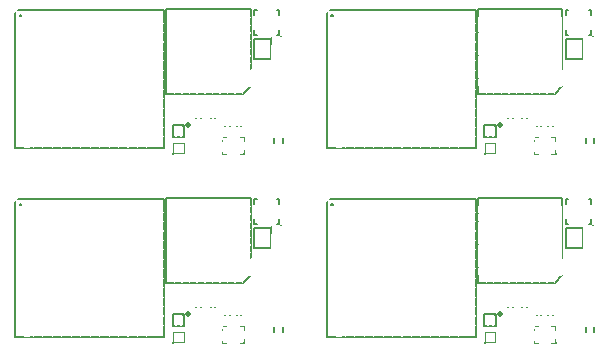
<source format=gbr>
*
%FSLAX26Y26*%
%MOIN*%
%ADD10C,0.006000*%
%ADD11R,0.011811X0.011811*%
%ADD12C,0.005362*%
%ADD13C,0.005000*%
%ADD14C,0.007874*%
%ADD15C,0.019685*%
%ADD16C,0.005010*%
%ADD17C,0.004876*%
%ADD18C,0.004734*%
%ADD19C,0.023124*%
%ADD20C,0.021549*%
%ADD21C,0.012986*%
%ADD22C,0.013004*%
%ADD23R,0.028850X0.028850*%
%ADD24C,0.004000*%
%ADD25R,0.031850X0.031850*%
%ADD26C,0.001000*%
%ADD27R,0.072100X0.072100*%
%ADD28C,0.041350*%
%ADD29C,0.050850*%
%ADD30R,0.035600X0.035600*%
%ADD31C,0.001500*%
%ADD32C,0.053100*%
%ADD33R,0.023600X0.023600*%
%ADD34C,0.024194*%
%ADD35R,0.043600X0.043600*%
%ADD36C,0.023194*%
%ADD37C,0.017943*%
%ADD38C,0.017549*%
%ADD39C,0.015974*%
%ADD40R,0.024124X0.024124*%
%ADD41R,0.022943X0.022943*%
%ADD42C,0.014006*%
%IPPOS*%
%LNgto.gbr*%
%LPD*%
G75*
G54D10*
X31496Y519686D02*
X31504Y519859D01*
X31528Y520032D01*
X31567Y520201D01*
X31618Y520367D01*
X31685Y520528D01*
X31768Y520682D01*
X31862Y520827D01*
X31968Y520965D01*
X32087Y521091D01*
X32217Y521209D01*
X32358Y521312D01*
X32504Y521406D01*
X32661Y521481D01*
X32823Y521548D01*
X32992Y521595D01*
X33161Y521630D01*
X33335Y521650D01*
X33508Y521654D01*
X33681Y521642D01*
X33854Y521615D01*
X34024Y521571D01*
X34189Y521516D01*
X34346Y521445D01*
X34500Y521359D01*
X34642Y521264D01*
X34776Y521154D01*
X34902Y521032D01*
X35016Y520898D01*
X35118Y520756D01*
X35205Y520607D01*
X35280Y520449D01*
X35339Y520284D01*
X35386Y520119D01*
X35417Y519945D01*
X35433Y519772D01*
Y519599D01*
X35417Y519426D01*
X35386Y519253D01*
X35339Y519087D01*
X35280Y518922D01*
X35205Y518764D01*
X35118Y518615D01*
X35016Y518473D01*
X34902Y518339D01*
X34776Y518217D01*
X34642Y518107D01*
X34500Y518012D01*
X34346Y517926D01*
X34189Y517855D01*
X34024Y517800D01*
X33854Y517756D01*
X33681Y517729D01*
X33508Y517717D01*
X33335Y517721D01*
X33161Y517741D01*
X32992Y517776D01*
X32823Y517823D01*
X32661Y517890D01*
X32504Y517965D01*
X32358Y518060D01*
X32217Y518162D01*
X32087Y518280D01*
X31968Y518406D01*
X31862Y518544D01*
X31768Y518690D01*
X31685Y518843D01*
X31618Y519004D01*
X31567Y519170D01*
X31528Y519339D01*
X31504Y519512D01*
X31496Y519686D01*
G54D11*
X672441Y190945D02*
X680315D01*
X672441Y163386D02*
X680315D01*
G54D12*
X684252Y159449D02*
Y194882D01*
X668504D02*
Y159449D01*
G54D13*
X513256Y537402D02*
X17193D01*
X513256D02*
Y76772D01*
X17193D01*
Y537402D01*
G54D11*
X892913Y407331D03*
X893701Y432284D03*
X893157Y385827D03*
G54D12*
X580709Y114174D02*
X541339D01*
X580709D02*
Y141733D01*
Y153544D01*
X568898D01*
X541339D01*
Y114174D01*
X580709Y141733D02*
X568898Y153544D01*
G54D11*
X625197Y163386D02*
X633071D01*
X625197Y190945D02*
X633071D01*
G54D12*
X621260Y194882D02*
Y159449D01*
X637008D02*
Y194882D01*
G54D14*
X780276Y56693D03*
G54D12*
X869685Y432087D02*
Y439961D01*
Y432087D02*
Y375001D01*
X814567D01*
Y439961D01*
X861811D01*
X869685D01*
G54D14*
X874606Y444882D03*
G54D11*
X884402Y129134D02*
X904087D01*
X884402Y77953D02*
X904087D01*
G54D12*
X908024Y74016D02*
Y133071D01*
X880465D02*
Y74016D01*
G54D11*
X758661Y165355D02*
X766535D01*
X758661Y137796D02*
X766535D01*
G54D12*
X770472Y133859D02*
Y169292D01*
X754724D02*
Y133859D01*
G54D11*
X720079Y165355D02*
X727953D01*
X720079Y137796D02*
X727953D01*
G54D12*
X731890Y133859D02*
Y169292D01*
X716142D02*
Y133859D01*
G54D14*
X541929Y59292D03*
G54D13*
X888583Y536615D02*
X895669D01*
Y520867D01*
Y471260D02*
Y455512D01*
X888583D01*
X821654D02*
X814567D01*
Y471260D01*
Y536615D02*
X821654D01*
X814567D02*
Y520867D01*
G54D14*
X903543Y446851D03*
G54D15*
X593937Y154918D03*
G54D16*
X775873Y257947D02*
X518970D01*
X775873D02*
X801503Y283577D01*
Y540479D01*
X518970D01*
Y257947D01*
G54D17*
X543496Y61207D02*
Y96274D01*
X578551D01*
Y61207D01*
X543496D01*
G54D18*
X778069Y59333D02*
Y72974D01*
Y59333D02*
X764805D01*
X707758D02*
Y72974D01*
Y59333D02*
X721022D01*
X707758Y100255D02*
Y113896D01*
X721022D01*
X778069D02*
Y100255D01*
Y113896D02*
X764805D01*
%LPC*%
G75*
X764805Y113896D02*
G54D19*
X957087Y227166D02*
Y183071D01*
X810630D01*
Y227166D01*
X957087D01*
Y193544D02*
X810630D01*
Y204016D02*
X957087D01*
Y214489D02*
X810630D01*
Y224961D02*
X957087D01*
X810630Y291339D02*
Y335434D01*
X957087D01*
Y291339D01*
X810630D01*
Y301812D02*
X957087D01*
Y312284D02*
X810630D01*
Y322756D02*
X957087D01*
Y333229D02*
X810630D01*
G54D20*
X852697Y78150D02*
Y63977D01*
X798689D01*
Y78150D01*
X852697D01*
Y72953D02*
X798689D01*
X852697Y128938D02*
Y143111D01*
Y128938D02*
X798689D01*
Y143111D01*
X852697D01*
Y137914D02*
X798689D01*
G54D21*
X880264Y481741D02*
Y490701D01*
X890209D01*
Y481741D01*
X880264D01*
Y482583D02*
X890209D01*
Y483426D02*
X880264D01*
Y484268D02*
X890209D01*
Y485111D02*
X880264D01*
Y485953D02*
X890209D01*
Y486796D02*
X880264D01*
Y487638D02*
X890209D01*
Y488481D02*
X880264D01*
Y489323D02*
X890209D01*
Y490166D02*
X880264D01*
Y501426D02*
Y510386D01*
X890209D01*
Y501426D01*
X880264D01*
Y502268D02*
X890209D01*
Y503111D02*
X880264D01*
Y503953D02*
X890209D01*
Y504796D02*
X880264D01*
Y505638D02*
X890209D01*
Y506481D02*
X880264D01*
Y507323D02*
X890209D01*
Y508166D02*
X880264D01*
Y509008D02*
X890209D01*
Y509851D02*
X880264D01*
X870323Y521209D02*
Y531154D01*
X879283D01*
Y521209D01*
X870323D01*
Y522052D02*
X879283D01*
Y522894D02*
X870323D01*
Y523737D02*
X879283D01*
Y524579D02*
X870323D01*
Y525422D02*
X879283D01*
Y526264D02*
X870323D01*
Y527107D02*
X879283D01*
Y527949D02*
X870323D01*
Y528792D02*
X879283D01*
Y529634D02*
X870323D01*
Y530477D02*
X879283D01*
X850638Y531154D02*
Y521209D01*
Y531154D02*
X859598D01*
Y521209D01*
X850638D01*
Y522052D02*
X859598D01*
Y522894D02*
X850638D01*
Y523737D02*
X859598D01*
Y524579D02*
X850638D01*
Y525422D02*
X859598D01*
Y526264D02*
X850638D01*
Y527107D02*
X859598D01*
Y527949D02*
X850638D01*
Y528792D02*
X859598D01*
Y529634D02*
X850638D01*
Y530477D02*
X859598D01*
X830953Y531154D02*
Y521209D01*
Y531154D02*
X839913D01*
Y521209D01*
X830953D01*
Y522052D02*
X839913D01*
Y522894D02*
X830953D01*
Y523737D02*
X839913D01*
Y524579D02*
X830953D01*
Y525422D02*
X839913D01*
Y526264D02*
X830953D01*
Y527107D02*
X839913D01*
Y527949D02*
X830953D01*
Y528792D02*
X839913D01*
Y529634D02*
X830953D01*
Y530477D02*
X839913D01*
X820028Y510386D02*
Y501426D01*
Y510386D02*
X829972D01*
Y501426D01*
X820028D01*
Y502268D02*
X829972D01*
Y503111D02*
X820028D01*
Y503953D02*
X829972D01*
Y504796D02*
X820028D01*
Y505638D02*
X829972D01*
Y506481D02*
X820028D01*
Y507323D02*
X829972D01*
Y508166D02*
X820028D01*
Y509008D02*
X829972D01*
Y509851D02*
X820028D01*
Y490701D02*
Y481741D01*
Y490701D02*
X829972D01*
Y481741D01*
X820028D01*
Y482583D02*
X829972D01*
Y483426D02*
X820028D01*
Y484268D02*
X829972D01*
Y485111D02*
X820028D01*
Y485953D02*
X829972D01*
Y486796D02*
X820028D01*
Y487638D02*
X829972D01*
Y488481D02*
X820028D01*
Y489323D02*
X829972D01*
Y490166D02*
X820028D01*
X830953Y470918D02*
Y460973D01*
Y470918D02*
X839913D01*
Y460973D01*
X830953D01*
Y461816D02*
X839913D01*
Y462658D02*
X830953D01*
Y463501D02*
X839913D01*
Y464343D02*
X830953D01*
Y465186D02*
X839913D01*
Y466028D02*
X830953D01*
Y466871D02*
X839913D01*
Y467713D02*
X830953D01*
Y468556D02*
X839913D01*
Y469398D02*
X830953D01*
Y470241D02*
X839913D01*
X850638Y470918D02*
Y460973D01*
Y470918D02*
X859598D01*
Y460973D01*
X850638D01*
Y461816D02*
X859598D01*
Y462658D02*
X850638D01*
Y463501D02*
X859598D01*
Y464343D02*
X850638D01*
Y465186D02*
X859598D01*
Y466028D02*
X850638D01*
Y466871D02*
X859598D01*
Y467713D02*
X850638D01*
Y468556D02*
X859598D01*
Y469398D02*
X850638D01*
Y470241D02*
X859598D01*
G54D22*
X870236Y470906D02*
Y460985D01*
Y470906D02*
X879370D01*
Y460985D01*
X870236D01*
Y461843D02*
X879370D01*
Y462701D02*
X870236D01*
Y463560D02*
X879370D01*
Y464418D02*
X870236D01*
Y465276D02*
X879370D01*
Y466134D02*
X870236D01*
Y466993D02*
X879370D01*
Y467851D02*
X870236D01*
Y468709D02*
X879370D01*
Y469567D02*
X870236D01*
Y470426D02*
X879370D01*
G54D23*
X674378Y194882D02*
X678378D01*
G54D24*
X661953Y209307D02*
X690803D01*
X661953Y180457D02*
X690803D01*
G54D23*
X674378Y159449D02*
X678378D01*
G54D24*
X661953Y173874D02*
X690803D01*
X661953Y145024D02*
X690803D01*
G54D25*
X36408Y480316D02*
X49158D01*
G54D26*
X20983Y496241D02*
X64583D01*
X20983Y464391D02*
X64583D01*
G54D25*
X36408Y448819D02*
X49158D01*
G54D26*
X20983Y464744D02*
X64583D01*
X20983Y432894D02*
X64583D01*
G54D25*
X36408Y417323D02*
X49158D01*
G54D26*
X20983Y433248D02*
X64583D01*
X20983Y401398D02*
X64583D01*
G54D25*
X36408Y385827D02*
X49158D01*
G54D26*
X20983Y401752D02*
X64583D01*
X20983Y369902D02*
X64583D01*
G54D25*
X36408Y354331D02*
X49158D01*
G54D26*
X20983Y370256D02*
X64583D01*
X20983Y338406D02*
X64583D01*
G54D25*
X36408Y322835D02*
X49158D01*
G54D26*
X20983Y338760D02*
X64583D01*
X20983Y306910D02*
X64583D01*
G54D25*
X36408Y291339D02*
X49158D01*
G54D26*
X20983Y307264D02*
X64583D01*
X20983Y275414D02*
X64583D01*
G54D25*
X36408Y259843D02*
X49158D01*
G54D26*
X20983Y275768D02*
X64583D01*
X20983Y243918D02*
X64583D01*
G54D25*
X36408Y228347D02*
X49158D01*
G54D26*
X20983Y244272D02*
X64583D01*
X20983Y212422D02*
X64583D01*
G54D25*
X36408Y196851D02*
X49158D01*
G54D26*
X20983Y212776D02*
X64583D01*
X20983Y180926D02*
X64583D01*
G54D25*
X36408Y165355D02*
X49158D01*
G54D26*
X20983Y181280D02*
X64583D01*
X20983Y149430D02*
X64583D01*
G54D25*
X36408Y133859D02*
X49158D01*
G54D26*
X20983Y149784D02*
X64583D01*
X20983Y117934D02*
X64583D01*
G54D25*
X91996Y95988D02*
Y108738D01*
G54D26*
X76071Y80563D02*
Y124163D01*
X107921Y80563D02*
Y124163D01*
G54D25*
X123492Y95988D02*
Y108738D01*
G54D26*
X107567Y80563D02*
Y124163D01*
X139417Y80563D02*
Y124163D01*
G54D25*
X154988Y95988D02*
Y108738D01*
G54D26*
X139063Y80563D02*
Y124163D01*
X170913Y80563D02*
Y124163D01*
G54D25*
X186484Y95988D02*
Y108738D01*
G54D26*
X170559Y80563D02*
Y124163D01*
X202409Y80563D02*
Y124163D01*
G54D25*
X217980Y95988D02*
Y108738D01*
G54D26*
X202055Y80563D02*
Y124163D01*
X233905Y80563D02*
Y124163D01*
G54D25*
X249476Y95988D02*
Y108738D01*
G54D26*
X233551Y80563D02*
Y124163D01*
X265401Y80563D02*
Y124163D01*
G54D25*
X280972Y95988D02*
Y108738D01*
G54D26*
X265047Y80563D02*
Y124163D01*
X296897Y80563D02*
Y124163D01*
G54D25*
X312468Y95988D02*
Y108738D01*
G54D26*
X296543Y80563D02*
Y124163D01*
X328393Y80563D02*
Y124163D01*
G54D25*
X343965Y95988D02*
Y108738D01*
G54D26*
X328040Y80563D02*
Y124163D01*
X359890Y80563D02*
Y124163D01*
G54D25*
X375461Y95988D02*
Y108738D01*
G54D26*
X359536Y80563D02*
Y124163D01*
X391386Y80563D02*
Y124163D01*
G54D25*
X406957Y95988D02*
Y108738D01*
G54D26*
X391032Y80563D02*
Y124163D01*
X422882Y80563D02*
Y124163D01*
G54D25*
X438453Y95988D02*
Y108738D01*
G54D26*
X422528Y80563D02*
Y124163D01*
X454378Y80563D02*
Y124163D01*
G54D25*
X481290Y133859D02*
X494040D01*
G54D26*
X465865Y149784D02*
X509465D01*
X465865Y117934D02*
X509465D01*
G54D25*
X481290Y165355D02*
X494040D01*
G54D26*
X465865Y181280D02*
X509465D01*
X465865Y149430D02*
X509465D01*
G54D25*
X481290Y196851D02*
X494040D01*
G54D26*
X465865Y212776D02*
X509465D01*
X465865Y180926D02*
X509465D01*
G54D25*
X481290Y228347D02*
X494040D01*
G54D26*
X465865Y244272D02*
X509465D01*
X465865Y212422D02*
X509465D01*
G54D25*
X481290Y259843D02*
X494040D01*
G54D26*
X465865Y275768D02*
X509465D01*
X465865Y243918D02*
X509465D01*
G54D25*
X481290Y291339D02*
X494040D01*
G54D26*
X465865Y307264D02*
X509465D01*
X465865Y275414D02*
X509465D01*
G54D25*
X481290Y322835D02*
X494040D01*
G54D26*
X465865Y338760D02*
X509465D01*
X465865Y306910D02*
X509465D01*
G54D25*
X481290Y354331D02*
X494040D01*
G54D26*
X465865Y370256D02*
X509465D01*
X465865Y338406D02*
X509465D01*
G54D25*
X481290Y385827D02*
X494040D01*
G54D26*
X465865Y401752D02*
X509465D01*
X465865Y369902D02*
X509465D01*
G54D25*
X481290Y417323D02*
X494040D01*
G54D26*
X465865Y433248D02*
X509465D01*
X465865Y401398D02*
X509465D01*
G54D25*
X481290Y448819D02*
X494040D01*
G54D26*
X465865Y464744D02*
X509465D01*
X465865Y432894D02*
X509465D01*
G54D25*
X481290Y480316D02*
X494040D01*
G54D26*
X465865Y496241D02*
X509465D01*
X465865Y464391D02*
X509465D01*
G54D25*
X438453Y505437D02*
Y518187D01*
G54D26*
X422528Y490012D02*
Y533612D01*
X454378Y490012D02*
Y533612D01*
G54D25*
X406957Y505437D02*
Y518187D01*
G54D26*
X391032Y490012D02*
Y533612D01*
X422882Y490012D02*
Y533612D01*
G54D25*
X375461Y505437D02*
Y518187D01*
G54D26*
X359536Y490012D02*
Y533612D01*
X391386Y490012D02*
Y533612D01*
G54D25*
X343965Y505437D02*
Y518187D01*
G54D26*
X328040Y490012D02*
Y533612D01*
X359890Y490012D02*
Y533612D01*
G54D25*
X312468Y505437D02*
Y518187D01*
G54D26*
X296543Y490012D02*
Y533612D01*
X328393Y490012D02*
Y533612D01*
G54D25*
X280972Y505437D02*
Y518187D01*
G54D26*
X265047Y490012D02*
Y533612D01*
X296897Y490012D02*
Y533612D01*
G54D25*
X249476Y505437D02*
Y518187D01*
G54D26*
X233551Y490012D02*
Y533612D01*
X265401Y490012D02*
Y533612D01*
G54D25*
X217980Y505437D02*
Y518187D01*
G54D26*
X202055Y490012D02*
Y533612D01*
X233905Y490012D02*
Y533612D01*
G54D25*
X186484Y505437D02*
Y518187D01*
G54D26*
X170559Y490012D02*
Y533612D01*
X202409Y490012D02*
Y533612D01*
G54D25*
X154988Y505437D02*
Y518187D01*
G54D26*
X139063Y490012D02*
Y533612D01*
X170913Y490012D02*
Y533612D01*
G54D25*
X123492Y505437D02*
Y518187D01*
G54D26*
X107567Y490012D02*
Y533612D01*
X139417Y490012D02*
Y533612D01*
G54D25*
X91996Y505437D02*
Y518187D01*
G54D26*
X76071Y490012D02*
Y533612D01*
X107921Y490012D02*
Y533612D01*
G54D27*
X172673Y397638D02*
X176673D01*
G54D24*
X138623Y433688D02*
X210723D01*
X138623Y361588D02*
X210723D01*
G54D27*
X263224Y397638D02*
X267224D01*
G54D24*
X229174Y433688D02*
X301274D01*
X229174Y361588D02*
X301274D01*
G54D27*
X353776Y397638D02*
X357776D01*
G54D24*
X319726Y433688D02*
X391826D01*
X319726Y361588D02*
X391826D01*
G54D27*
X172673Y307087D02*
X176673D01*
G54D24*
X138623Y343137D02*
X210723D01*
X138623Y271037D02*
X210723D01*
G54D27*
X263224Y307087D02*
X267224D01*
G54D24*
X229174Y343137D02*
X301274D01*
X229174Y271037D02*
X301274D01*
G54D27*
X353776Y307087D02*
X357776D01*
G54D24*
X319726Y343137D02*
X391826D01*
X319726Y271037D02*
X391826D01*
G54D27*
X172673Y216536D02*
X176673D01*
G54D24*
X138623Y252586D02*
X210723D01*
X138623Y180486D02*
X210723D01*
G54D27*
X263224Y216536D02*
X267224D01*
G54D24*
X229174Y252586D02*
X301274D01*
X229174Y180486D02*
X301274D01*
G54D27*
X353776Y216536D02*
X357776D01*
G54D24*
X319726Y252586D02*
X391826D01*
X319726Y180486D02*
X391826D01*
G54D28*
X844488Y205119D03*
X923228D03*
G54D29*
X57874Y101575D03*
G54D28*
X923228Y313386D03*
X844488D03*
G54D23*
X627134Y159449D02*
X631134D01*
G54D24*
X614709Y173874D02*
X643559D01*
X614709Y145024D02*
X643559D01*
G54D23*
X627134Y194882D02*
X631134D01*
G54D24*
X614709Y209307D02*
X643559D01*
X614709Y180457D02*
X643559D01*
G54D30*
X885619Y133071D02*
X902869D01*
G54D31*
X868569Y150871D02*
X919919D01*
X868569Y115271D02*
X919919D01*
G54D30*
X885619Y74016D02*
X902869D01*
G54D31*
X868569Y91816D02*
X919919D01*
X868569Y56216D02*
X919919D01*
G54D23*
X760598Y169292D02*
X764598D01*
G54D24*
X748173Y183717D02*
X777023D01*
X748173Y154867D02*
X777023D01*
G54D23*
X760598Y133859D02*
X764598D01*
G54D24*
X748173Y148284D02*
X777023D01*
X748173Y119434D02*
X777023D01*
G54D23*
X722016Y169292D02*
X726016D01*
G54D24*
X709591Y183717D02*
X738441D01*
X709591Y154867D02*
X738441D01*
G54D23*
X722016Y133859D02*
X726016D01*
G54D24*
X709591Y148284D02*
X738441D01*
X709591Y119434D02*
X738441D01*
G54D32*
X39370Y27560D03*
X159449D03*
G54D33*
X781502Y296851D02*
X787002D01*
G54D31*
X770452Y308651D02*
X798052D01*
X770452Y285051D02*
X798052D01*
G54D33*
X781502Y322441D02*
X787002D01*
G54D31*
X770452Y334241D02*
X798052D01*
X770452Y310641D02*
X798052D01*
G54D33*
X781502Y348032D02*
X787002D01*
G54D31*
X770452Y359832D02*
X798052D01*
X770452Y336232D02*
X798052D01*
G54D33*
X781502Y373623D02*
X787002D01*
G54D31*
X770452Y385423D02*
X798052D01*
X770452Y361823D02*
X798052D01*
G54D33*
X781502Y399213D02*
X787002D01*
G54D31*
X770452Y411013D02*
X798052D01*
X770452Y387413D02*
X798052D01*
G54D33*
X781502Y424804D02*
X787002D01*
G54D31*
X770452Y436604D02*
X798052D01*
X770452Y413004D02*
X798052D01*
G54D33*
X781502Y450394D02*
X787002D01*
G54D31*
X770452Y462194D02*
X798052D01*
X770452Y438594D02*
X798052D01*
G54D33*
X781502Y475985D02*
X787002D01*
G54D31*
X770452Y487785D02*
X798052D01*
X770452Y464185D02*
X798052D01*
G54D33*
X781502Y501575D02*
X787002D01*
G54D31*
X770452Y513375D02*
X798052D01*
X770452Y489775D02*
X798052D01*
G54D33*
X762598Y520479D02*
Y525979D01*
G54D31*
X750798Y509429D02*
Y537029D01*
X774398Y509429D02*
Y537029D01*
G54D33*
X737008Y520479D02*
Y525979D01*
G54D31*
X725208Y509429D02*
Y537029D01*
X748808Y509429D02*
Y537029D01*
G54D33*
X711417Y520479D02*
Y525979D01*
G54D31*
X699617Y509429D02*
Y537029D01*
X723217Y509429D02*
Y537029D01*
G54D33*
X683858Y520479D02*
Y525979D01*
G54D31*
X672058Y509429D02*
Y537029D01*
X695658Y509429D02*
Y537029D01*
G54D33*
X660236Y520479D02*
Y525979D01*
G54D31*
X648436Y509429D02*
Y537029D01*
X672036Y509429D02*
Y537029D01*
G54D33*
X634646Y520479D02*
Y525979D01*
G54D31*
X622846Y509429D02*
Y537029D01*
X646446Y509429D02*
Y537029D01*
G54D33*
X609055Y520479D02*
Y525979D01*
G54D31*
X597255Y509429D02*
Y537029D01*
X620855Y509429D02*
Y537029D01*
G54D33*
X583465Y520479D02*
Y525979D01*
G54D31*
X571665Y509429D02*
Y537029D01*
X595265Y509429D02*
Y537029D01*
G54D33*
X557874Y520479D02*
Y525979D01*
G54D31*
X546074Y509429D02*
Y537029D01*
X569674Y509429D02*
Y537029D01*
G54D33*
X533470Y501575D02*
X538970D01*
G54D31*
X522420Y513375D02*
X550020D01*
X522420Y489775D02*
X550020D01*
G54D33*
X533470Y475985D02*
X538970D01*
G54D31*
X522420Y487785D02*
X550020D01*
X522420Y464185D02*
X550020D01*
G54D33*
X533470Y450394D02*
X538970D01*
G54D31*
X522420Y462194D02*
X550020D01*
X522420Y438594D02*
X550020D01*
G54D33*
X533470Y424804D02*
X538970D01*
G54D31*
X522420Y436604D02*
X550020D01*
X522420Y413004D02*
X550020D01*
G54D33*
X533470Y399213D02*
X538970D01*
G54D31*
X522420Y411013D02*
X550020D01*
X522420Y387413D02*
X550020D01*
G54D33*
X533470Y373623D02*
X538970D01*
G54D31*
X522420Y385423D02*
X550020D01*
X522420Y361823D02*
X550020D01*
G54D33*
X533470Y348032D02*
X538970D01*
G54D31*
X522420Y359832D02*
X550020D01*
X522420Y336232D02*
X550020D01*
G54D33*
X533470Y322441D02*
X538970D01*
G54D31*
X522420Y334241D02*
X550020D01*
X522420Y310641D02*
X550020D01*
G54D33*
X533470Y296851D02*
X538970D01*
G54D31*
X522420Y308651D02*
X550020D01*
X522420Y285051D02*
X550020D01*
G54D33*
X557874Y272447D02*
Y277947D01*
G54D31*
X546074Y261397D02*
Y288997D01*
X569674Y261397D02*
Y288997D01*
G54D33*
X583465Y272447D02*
Y277947D01*
G54D31*
X571665Y261397D02*
Y288997D01*
X595265Y261397D02*
Y288997D01*
G54D33*
X609055Y272447D02*
Y277947D01*
G54D31*
X597255Y261397D02*
Y288997D01*
X620855Y261397D02*
Y288997D01*
G54D33*
X634646Y272447D02*
Y277947D01*
G54D31*
X622846Y261397D02*
Y288997D01*
X646446Y261397D02*
Y288997D01*
G54D33*
X660236Y272447D02*
Y277947D01*
G54D31*
X648436Y261397D02*
Y288997D01*
X672036Y261397D02*
Y288997D01*
G54D33*
X685827Y272447D02*
Y277947D01*
G54D31*
X674027Y261397D02*
Y288997D01*
X697627Y261397D02*
Y288997D01*
G54D33*
X711417Y272447D02*
Y277947D01*
G54D31*
X699617Y261397D02*
Y288997D01*
X723217Y261397D02*
Y288997D01*
G54D33*
X735039Y272447D02*
Y277947D01*
G54D31*
X723239Y261397D02*
Y288997D01*
X746839Y261397D02*
Y288997D01*
G54D33*
X762598Y272447D02*
Y277947D01*
G54D31*
X750798Y261397D02*
Y288997D01*
X774398Y261397D02*
Y288997D01*
G54D23*
X658236Y399213D02*
X662236D01*
G54D24*
X645811Y413638D02*
X674661D01*
X645811Y384788D02*
X674661D01*
G54D23*
X658236Y348032D02*
X662236D01*
G54D24*
X645811Y362457D02*
X674661D01*
X645811Y333607D02*
X674661D01*
G54D23*
X709417Y348032D02*
X713417D01*
G54D24*
X696992Y362457D02*
X725842D01*
X696992Y333607D02*
X725842D01*
G54D23*
X709417Y399213D02*
X713417D01*
G54D24*
X696992Y413638D02*
X725842D01*
X696992Y384788D02*
X725842D01*
G54D23*
X709417Y450394D02*
X713417D01*
G54D24*
X696992Y464819D02*
X725842D01*
X696992Y435969D02*
X725842D01*
G54D23*
X658236Y450394D02*
X662236D01*
G54D24*
X645811Y464819D02*
X674661D01*
X645811Y435969D02*
X674661D01*
G54D23*
X607055Y450394D02*
X611055D01*
G54D24*
X594630Y464819D02*
X623480D01*
X594630Y435969D02*
X623480D01*
G54D34*
X609252Y129528D02*
X620276D01*
X609252Y109843D02*
X620276D01*
X609252Y90158D02*
X620276D01*
X609252Y70473D02*
X620276D01*
X686023D02*
X697047D01*
X686023Y90158D02*
X697047D01*
X686023Y109843D02*
X697047D01*
X686023Y129528D02*
X697047D01*
G54D35*
X653150Y91626D02*
Y108376D01*
G54D26*
X631350Y70326D02*
Y129676D01*
X674950Y70326D02*
Y129676D01*
G54D25*
X676378Y159449D03*
G54D36*
X686023Y109843D02*
X697047D01*
X609252Y90158D02*
X620276D01*
X686023D02*
X697047D01*
X686023Y129528D02*
X697047D01*
G54D37*
X568898Y141733D03*
Y125985D03*
X553150D03*
Y141733D03*
X766535Y70867D03*
X750787D03*
X735039D03*
X719291D03*
X766535Y86615D03*
X750787D03*
X735039D03*
X719291D03*
X766535Y102363D03*
X750787D03*
X735039D03*
X719291D03*
G54D38*
X858858Y427166D03*
Y407481D03*
Y387796D03*
X842126Y417323D03*
Y397638D03*
X825394Y427166D03*
Y407481D03*
Y387796D03*
G54D39*
X554134Y71851D03*
Y85630D03*
X567913D03*
Y71851D03*
G54D40*
X902953Y404379D02*
Y410284D01*
X882874Y404379D02*
Y410284D01*
X903740Y429331D02*
Y435237D01*
X883661Y429331D02*
Y435237D01*
X903197Y382875D02*
Y388780D01*
X883118Y382875D02*
Y388780D01*
G54D41*
X883953Y361961D02*
Y365898D01*
X903638Y361961D02*
Y365898D01*
G54D42*
X3937Y39371D02*
X4087Y35938D01*
X4535Y32536D01*
X5280Y29182D01*
X6311Y25906D01*
X7626Y22733D01*
X9213Y19686D01*
X11055Y16788D01*
X13150Y14064D01*
X15468Y11532D01*
X18000Y9213D01*
X20724Y7119D01*
X23622Y5276D01*
X26669Y3690D01*
X29843Y2375D01*
X33118Y1343D01*
X36472Y599D01*
X39874Y150D01*
X43307Y1D01*
X897638D01*
X901071Y150D01*
X904472Y599D01*
X907827Y1343D01*
X911102Y2375D01*
X914276Y3690D01*
X917323Y5276D01*
X920220Y7119D01*
X922945Y9213D01*
X925476Y11532D01*
X927795Y14064D01*
X929890Y16788D01*
X931732Y19686D01*
X933319Y22733D01*
X934634Y25906D01*
X935665Y29182D01*
X936409Y32536D01*
X936858Y35938D01*
X937008Y39371D01*
Y78741D01*
X937083Y80457D01*
X937307Y82158D01*
X937677Y83835D01*
X938197Y85473D01*
X938850Y87060D01*
X939646Y88583D01*
X940567Y90032D01*
X941614Y91394D01*
X942772Y92662D01*
X944039Y93819D01*
X945402Y94867D01*
X946850Y95788D01*
X948374Y96583D01*
X949961Y97237D01*
X951598Y97756D01*
X953276Y98127D01*
X954976Y98351D01*
X956693Y98426D01*
X957378Y98457D01*
X958059Y98544D01*
X958732Y98693D01*
X959386Y98902D01*
X960020Y99162D01*
X960630Y99481D01*
X961209Y99851D01*
X961756Y100268D01*
X962260Y100733D01*
X962724Y101237D01*
X963142Y101784D01*
X963512Y102363D01*
X963831Y102973D01*
X964091Y103607D01*
X964299Y104260D01*
X964449Y104934D01*
X964535Y105615D01*
X964567Y106300D01*
Y448819D01*
X964551Y449162D01*
X964508Y449504D01*
X964433Y449839D01*
X964331Y450166D01*
X964197Y450485D01*
X964039Y450788D01*
X963854Y451079D01*
X963646Y451351D01*
X963413Y451603D01*
X963161Y451835D01*
X962890Y452044D01*
X962598Y452229D01*
X962295Y452386D01*
X961976Y452520D01*
X961650Y452623D01*
X961315Y452697D01*
X960972Y452741D01*
X960630Y452756D01*
X958913Y452831D01*
X957213Y453056D01*
X955535Y453426D01*
X953898Y453945D01*
X952311Y454599D01*
X950787Y455394D01*
X949339Y456316D01*
X947976Y457363D01*
X946709Y458520D01*
X945551Y459788D01*
X944504Y461150D01*
X943583Y462599D01*
X942787Y464123D01*
X942134Y465709D01*
X941614Y467347D01*
X941244Y469024D01*
X941020Y470725D01*
X940945Y472441D01*
Y511812D01*
X940795Y515245D01*
X940346Y518646D01*
X939602Y522001D01*
X938571Y525276D01*
X937256Y528449D01*
X935669Y531497D01*
X933827Y534394D01*
X931732Y537119D01*
X929413Y539650D01*
X926882Y541969D01*
X924157Y544064D01*
X921260Y545906D01*
X918213Y547493D01*
X915039Y548808D01*
X911764Y549839D01*
X908409Y550583D01*
X905008Y551032D01*
X901575Y551182D01*
X43307D01*
X39874Y551032D01*
X36472Y550583D01*
X33118Y549839D01*
X29843Y548808D01*
X26669Y547493D01*
X23622Y545906D01*
X20724Y544064D01*
X18000Y541969D01*
X15468Y539650D01*
X13150Y537119D01*
X11055Y534394D01*
X9213Y531497D01*
X7626Y528449D01*
X6311Y525276D01*
X5280Y522001D01*
X4535Y518646D01*
X4087Y515245D01*
X3937Y511812D01*
Y39371D01*
%LPD*%
G75*
X3937Y39371D02*
G54D10*
X31496Y1149607D02*
X31504Y1149780D01*
X31528Y1149953D01*
X31567Y1150123D01*
X31618Y1150288D01*
X31685Y1150449D01*
X31768Y1150603D01*
X31862Y1150749D01*
X31968Y1150886D01*
X32087Y1151012D01*
X32217Y1151130D01*
X32358Y1151233D01*
X32504Y1151327D01*
X32661Y1151402D01*
X32823Y1151469D01*
X32992Y1151516D01*
X33161Y1151552D01*
X33335Y1151571D01*
X33508Y1151575D01*
X33681Y1151564D01*
X33854Y1151536D01*
X34024Y1151493D01*
X34189Y1151438D01*
X34346Y1151367D01*
X34500Y1151280D01*
X34642Y1151186D01*
X34776Y1151075D01*
X34902Y1150953D01*
X35016Y1150819D01*
X35118Y1150678D01*
X35205Y1150528D01*
X35280Y1150371D01*
X35339Y1150205D01*
X35386Y1150040D01*
X35417Y1149867D01*
X35433Y1149693D01*
Y1149520D01*
X35417Y1149347D01*
X35386Y1149174D01*
X35339Y1149008D01*
X35280Y1148843D01*
X35205Y1148686D01*
X35118Y1148536D01*
X35016Y1148394D01*
X34902Y1148260D01*
X34776Y1148138D01*
X34642Y1148028D01*
X34500Y1147934D01*
X34346Y1147847D01*
X34189Y1147776D01*
X34024Y1147721D01*
X33854Y1147678D01*
X33681Y1147650D01*
X33508Y1147638D01*
X33335Y1147642D01*
X33161Y1147662D01*
X32992Y1147697D01*
X32823Y1147745D01*
X32661Y1147812D01*
X32504Y1147886D01*
X32358Y1147981D01*
X32217Y1148083D01*
X32087Y1148201D01*
X31968Y1148327D01*
X31862Y1148465D01*
X31768Y1148611D01*
X31685Y1148764D01*
X31618Y1148926D01*
X31567Y1149091D01*
X31528Y1149260D01*
X31504Y1149434D01*
X31496Y1149607D01*
G54D11*
X672441Y820867D02*
X680315D01*
X672441Y793308D02*
X680315D01*
G54D12*
X684252Y789371D02*
Y824804D01*
X668504D02*
Y789371D01*
G54D13*
X513256Y1167323D02*
X17193D01*
X513256D02*
Y706693D01*
X17193D01*
Y1167323D01*
G54D11*
X892913Y1037253D03*
X893701Y1062205D03*
X893157Y1015749D03*
G54D12*
X580709Y744095D02*
X541339D01*
X580709D02*
Y771654D01*
Y783465D01*
X568898D01*
X541339D01*
Y744095D01*
X580709Y771654D02*
X568898Y783465D01*
G54D11*
X625197Y793308D02*
X633071D01*
X625197Y820867D02*
X633071D01*
G54D12*
X621260Y824804D02*
Y789371D01*
X637008D02*
Y824804D01*
G54D14*
X780276Y686615D03*
G54D12*
X869685Y1062008D02*
Y1069882D01*
Y1062008D02*
Y1004922D01*
X814567D01*
Y1069882D01*
X861811D01*
X869685D01*
G54D14*
X874606Y1074804D03*
G54D11*
X884402Y759056D02*
X904087D01*
X884402Y707875D02*
X904087D01*
G54D12*
X908024Y703938D02*
Y762993D01*
X880465D02*
Y703938D01*
G54D11*
X758661Y795276D02*
X766535D01*
X758661Y767717D02*
X766535D01*
G54D12*
X770472Y763780D02*
Y799213D01*
X754724D02*
Y763780D01*
G54D11*
X720079Y795276D02*
X727953D01*
X720079Y767717D02*
X727953D01*
G54D12*
X731890Y763780D02*
Y799213D01*
X716142D02*
Y763780D01*
G54D14*
X541929Y689213D03*
G54D13*
X888583Y1166536D02*
X895669D01*
Y1150788D01*
Y1101182D02*
Y1085434D01*
X888583D01*
X821654D02*
X814567D01*
Y1101182D01*
Y1166536D02*
X821654D01*
X814567D02*
Y1150788D01*
G54D14*
X903543Y1076772D03*
G54D15*
X593937Y784839D03*
G54D16*
X775873Y887869D02*
X518970D01*
X775873D02*
X801503Y913498D01*
Y1170400D01*
X518970D01*
Y887869D01*
G54D17*
X543496Y691129D02*
Y726195D01*
X578551D01*
Y691129D01*
X543496D01*
G54D18*
X778069Y689255D02*
Y702895D01*
Y689255D02*
X764805D01*
X707758D02*
Y702895D01*
Y689255D02*
X721022D01*
X707758Y730177D02*
Y743817D01*
X721022D01*
X778069D02*
Y730177D01*
Y743817D02*
X764805D01*
%LPC*%
G75*
X764805Y743817D02*
G54D19*
X957087Y857087D02*
Y812993D01*
X810630D01*
Y857087D01*
X957087D01*
Y823465D02*
X810630D01*
Y833938D02*
X957087D01*
Y844410D02*
X810630D01*
Y854882D02*
X957087D01*
X810630Y921260D02*
Y965355D01*
X957087D01*
Y921260D01*
X810630D01*
Y931733D02*
X957087D01*
Y942205D02*
X810630D01*
Y952678D02*
X957087D01*
Y963150D02*
X810630D01*
G54D20*
X852697Y708071D02*
Y693898D01*
X798689D01*
Y708071D01*
X852697D01*
Y702875D02*
X798689D01*
X852697Y758859D02*
Y773032D01*
Y758859D02*
X798689D01*
Y773032D01*
X852697D01*
Y767835D02*
X798689D01*
G54D21*
X880264Y1111662D02*
Y1120623D01*
X890209D01*
Y1111662D01*
X880264D01*
Y1112504D02*
X890209D01*
Y1113347D02*
X880264D01*
Y1114190D02*
X890209D01*
Y1115032D02*
X880264D01*
Y1115875D02*
X890209D01*
Y1116717D02*
X880264D01*
Y1117560D02*
X890209D01*
Y1118402D02*
X880264D01*
Y1119245D02*
X890209D01*
Y1120087D02*
X880264D01*
Y1131347D02*
Y1140308D01*
X890209D01*
Y1131347D01*
X880264D01*
Y1132190D02*
X890209D01*
Y1133032D02*
X880264D01*
Y1133875D02*
X890209D01*
Y1134717D02*
X880264D01*
Y1135560D02*
X890209D01*
Y1136402D02*
X880264D01*
Y1137245D02*
X890209D01*
Y1138087D02*
X880264D01*
Y1138930D02*
X890209D01*
Y1139772D02*
X880264D01*
X870323Y1151130D02*
Y1161075D01*
X879283D01*
Y1151130D01*
X870323D01*
Y1151973D02*
X879283D01*
Y1152816D02*
X870323D01*
Y1153658D02*
X879283D01*
Y1154501D02*
X870323D01*
Y1155343D02*
X879283D01*
Y1156186D02*
X870323D01*
Y1157028D02*
X879283D01*
Y1157871D02*
X870323D01*
Y1158713D02*
X879283D01*
Y1159556D02*
X870323D01*
Y1160398D02*
X879283D01*
X850638Y1161075D02*
Y1151130D01*
Y1161075D02*
X859598D01*
Y1151130D01*
X850638D01*
Y1151973D02*
X859598D01*
Y1152816D02*
X850638D01*
Y1153658D02*
X859598D01*
Y1154501D02*
X850638D01*
Y1155343D02*
X859598D01*
Y1156186D02*
X850638D01*
Y1157028D02*
X859598D01*
Y1157871D02*
X850638D01*
Y1158713D02*
X859598D01*
Y1159556D02*
X850638D01*
Y1160398D02*
X859598D01*
X830953Y1161075D02*
Y1151130D01*
Y1161075D02*
X839913D01*
Y1151130D01*
X830953D01*
Y1151973D02*
X839913D01*
Y1152816D02*
X830953D01*
Y1153658D02*
X839913D01*
Y1154501D02*
X830953D01*
Y1155343D02*
X839913D01*
Y1156186D02*
X830953D01*
Y1157028D02*
X839913D01*
Y1157871D02*
X830953D01*
Y1158713D02*
X839913D01*
Y1159556D02*
X830953D01*
Y1160398D02*
X839913D01*
X820028Y1140308D02*
Y1131347D01*
Y1140308D02*
X829972D01*
Y1131347D01*
X820028D01*
Y1132190D02*
X829972D01*
Y1133032D02*
X820028D01*
Y1133875D02*
X829972D01*
Y1134717D02*
X820028D01*
Y1135560D02*
X829972D01*
Y1136402D02*
X820028D01*
Y1137245D02*
X829972D01*
Y1138087D02*
X820028D01*
Y1138930D02*
X829972D01*
Y1139772D02*
X820028D01*
Y1120623D02*
Y1111662D01*
Y1120623D02*
X829972D01*
Y1111662D01*
X820028D01*
Y1112504D02*
X829972D01*
Y1113347D02*
X820028D01*
Y1114190D02*
X829972D01*
Y1115032D02*
X820028D01*
Y1115875D02*
X829972D01*
Y1116717D02*
X820028D01*
Y1117560D02*
X829972D01*
Y1118402D02*
X820028D01*
Y1119245D02*
X829972D01*
Y1120087D02*
X820028D01*
X830953Y1100839D02*
Y1090894D01*
Y1100839D02*
X839913D01*
Y1090894D01*
X830953D01*
Y1091737D02*
X839913D01*
Y1092579D02*
X830953D01*
Y1093422D02*
X839913D01*
Y1094264D02*
X830953D01*
Y1095107D02*
X839913D01*
Y1095949D02*
X830953D01*
Y1096792D02*
X839913D01*
Y1097634D02*
X830953D01*
Y1098477D02*
X839913D01*
Y1099319D02*
X830953D01*
Y1100162D02*
X839913D01*
X850638Y1100839D02*
Y1090894D01*
Y1100839D02*
X859598D01*
Y1090894D01*
X850638D01*
Y1091737D02*
X859598D01*
Y1092579D02*
X850638D01*
Y1093422D02*
X859598D01*
Y1094264D02*
X850638D01*
Y1095107D02*
X859598D01*
Y1095949D02*
X850638D01*
Y1096792D02*
X859598D01*
Y1097634D02*
X850638D01*
Y1098477D02*
X859598D01*
Y1099319D02*
X850638D01*
Y1100162D02*
X859598D01*
G54D22*
X870236Y1100827D02*
Y1090906D01*
Y1100827D02*
X879370D01*
Y1090906D01*
X870236D01*
Y1091764D02*
X879370D01*
Y1092623D02*
X870236D01*
Y1093481D02*
X879370D01*
Y1094339D02*
X870236D01*
Y1095197D02*
X879370D01*
Y1096056D02*
X870236D01*
Y1096914D02*
X879370D01*
Y1097772D02*
X870236D01*
Y1098630D02*
X879370D01*
Y1099489D02*
X870236D01*
Y1100347D02*
X879370D01*
G54D23*
X674378Y824804D02*
X678378D01*
G54D24*
X661953Y839229D02*
X690803D01*
X661953Y810379D02*
X690803D01*
G54D23*
X674378Y789371D02*
X678378D01*
G54D24*
X661953Y803796D02*
X690803D01*
X661953Y774946D02*
X690803D01*
G54D25*
X36408Y1110237D02*
X49158D01*
G54D26*
X20983Y1126162D02*
X64583D01*
X20983Y1094312D02*
X64583D01*
G54D25*
X36408Y1078741D02*
X49158D01*
G54D26*
X20983Y1094666D02*
X64583D01*
X20983Y1062816D02*
X64583D01*
G54D25*
X36408Y1047245D02*
X49158D01*
G54D26*
X20983Y1063170D02*
X64583D01*
X20983Y1031320D02*
X64583D01*
G54D25*
X36408Y1015749D02*
X49158D01*
G54D26*
X20983Y1031674D02*
X64583D01*
X20983Y999824D02*
X64583D01*
G54D25*
X36408Y984253D02*
X49158D01*
G54D26*
X20983Y1000178D02*
X64583D01*
X20983Y968328D02*
X64583D01*
G54D25*
X36408Y952756D02*
X49158D01*
G54D26*
X20983Y968681D02*
X64583D01*
X20983Y936831D02*
X64583D01*
G54D25*
X36408Y921260D02*
X49158D01*
G54D26*
X20983Y937185D02*
X64583D01*
X20983Y905335D02*
X64583D01*
G54D25*
X36408Y889764D02*
X49158D01*
G54D26*
X20983Y905689D02*
X64583D01*
X20983Y873839D02*
X64583D01*
G54D25*
X36408Y858268D02*
X49158D01*
G54D26*
X20983Y874193D02*
X64583D01*
X20983Y842343D02*
X64583D01*
G54D25*
X36408Y826772D02*
X49158D01*
G54D26*
X20983Y842697D02*
X64583D01*
X20983Y810847D02*
X64583D01*
G54D25*
X36408Y795276D02*
X49158D01*
G54D26*
X20983Y811201D02*
X64583D01*
X20983Y779351D02*
X64583D01*
G54D25*
X36408Y763780D02*
X49158D01*
G54D26*
X20983Y779705D02*
X64583D01*
X20983Y747855D02*
X64583D01*
G54D25*
X91996Y725909D02*
Y738659D01*
G54D26*
X76071Y710484D02*
Y754084D01*
X107921Y710484D02*
Y754084D01*
G54D25*
X123492Y725909D02*
Y738659D01*
G54D26*
X107567Y710484D02*
Y754084D01*
X139417Y710484D02*
Y754084D01*
G54D25*
X154988Y725909D02*
Y738659D01*
G54D26*
X139063Y710484D02*
Y754084D01*
X170913Y710484D02*
Y754084D01*
G54D25*
X186484Y725909D02*
Y738659D01*
G54D26*
X170559Y710484D02*
Y754084D01*
X202409Y710484D02*
Y754084D01*
G54D25*
X217980Y725909D02*
Y738659D01*
G54D26*
X202055Y710484D02*
Y754084D01*
X233905Y710484D02*
Y754084D01*
G54D25*
X249476Y725909D02*
Y738659D01*
G54D26*
X233551Y710484D02*
Y754084D01*
X265401Y710484D02*
Y754084D01*
G54D25*
X280972Y725909D02*
Y738659D01*
G54D26*
X265047Y710484D02*
Y754084D01*
X296897Y710484D02*
Y754084D01*
G54D25*
X312468Y725909D02*
Y738659D01*
G54D26*
X296543Y710484D02*
Y754084D01*
X328393Y710484D02*
Y754084D01*
G54D25*
X343965Y725909D02*
Y738659D01*
G54D26*
X328040Y710484D02*
Y754084D01*
X359890Y710484D02*
Y754084D01*
G54D25*
X375461Y725909D02*
Y738659D01*
G54D26*
X359536Y710484D02*
Y754084D01*
X391386Y710484D02*
Y754084D01*
G54D25*
X406957Y725909D02*
Y738659D01*
G54D26*
X391032Y710484D02*
Y754084D01*
X422882Y710484D02*
Y754084D01*
G54D25*
X438453Y725909D02*
Y738659D01*
G54D26*
X422528Y710484D02*
Y754084D01*
X454378Y710484D02*
Y754084D01*
G54D25*
X481290Y763780D02*
X494040D01*
G54D26*
X465865Y779705D02*
X509465D01*
X465865Y747855D02*
X509465D01*
G54D25*
X481290Y795276D02*
X494040D01*
G54D26*
X465865Y811201D02*
X509465D01*
X465865Y779351D02*
X509465D01*
G54D25*
X481290Y826772D02*
X494040D01*
G54D26*
X465865Y842697D02*
X509465D01*
X465865Y810847D02*
X509465D01*
G54D25*
X481290Y858268D02*
X494040D01*
G54D26*
X465865Y874193D02*
X509465D01*
X465865Y842343D02*
X509465D01*
G54D25*
X481290Y889764D02*
X494040D01*
G54D26*
X465865Y905689D02*
X509465D01*
X465865Y873839D02*
X509465D01*
G54D25*
X481290Y921260D02*
X494040D01*
G54D26*
X465865Y937185D02*
X509465D01*
X465865Y905335D02*
X509465D01*
G54D25*
X481290Y952756D02*
X494040D01*
G54D26*
X465865Y968681D02*
X509465D01*
X465865Y936831D02*
X509465D01*
G54D25*
X481290Y984253D02*
X494040D01*
G54D26*
X465865Y1000178D02*
X509465D01*
X465865Y968328D02*
X509465D01*
G54D25*
X481290Y1015749D02*
X494040D01*
G54D26*
X465865Y1031674D02*
X509465D01*
X465865Y999824D02*
X509465D01*
G54D25*
X481290Y1047245D02*
X494040D01*
G54D26*
X465865Y1063170D02*
X509465D01*
X465865Y1031320D02*
X509465D01*
G54D25*
X481290Y1078741D02*
X494040D01*
G54D26*
X465865Y1094666D02*
X509465D01*
X465865Y1062816D02*
X509465D01*
G54D25*
X481290Y1110237D02*
X494040D01*
G54D26*
X465865Y1126162D02*
X509465D01*
X465865Y1094312D02*
X509465D01*
G54D25*
X438453Y1135358D02*
Y1148108D01*
G54D26*
X422528Y1119933D02*
Y1163533D01*
X454378Y1119933D02*
Y1163533D01*
G54D25*
X406957Y1135358D02*
Y1148108D01*
G54D26*
X391032Y1119933D02*
Y1163533D01*
X422882Y1119933D02*
Y1163533D01*
G54D25*
X375461Y1135358D02*
Y1148108D01*
G54D26*
X359536Y1119933D02*
Y1163533D01*
X391386Y1119933D02*
Y1163533D01*
G54D25*
X343965Y1135358D02*
Y1148108D01*
G54D26*
X328040Y1119933D02*
Y1163533D01*
X359890Y1119933D02*
Y1163533D01*
G54D25*
X312468Y1135358D02*
Y1148108D01*
G54D26*
X296543Y1119933D02*
Y1163533D01*
X328393Y1119933D02*
Y1163533D01*
G54D25*
X280972Y1135358D02*
Y1148108D01*
G54D26*
X265047Y1119933D02*
Y1163533D01*
X296897Y1119933D02*
Y1163533D01*
G54D25*
X249476Y1135358D02*
Y1148108D01*
G54D26*
X233551Y1119933D02*
Y1163533D01*
X265401Y1119933D02*
Y1163533D01*
G54D25*
X217980Y1135358D02*
Y1148108D01*
G54D26*
X202055Y1119933D02*
Y1163533D01*
X233905Y1119933D02*
Y1163533D01*
G54D25*
X186484Y1135358D02*
Y1148108D01*
G54D26*
X170559Y1119933D02*
Y1163533D01*
X202409Y1119933D02*
Y1163533D01*
G54D25*
X154988Y1135358D02*
Y1148108D01*
G54D26*
X139063Y1119933D02*
Y1163533D01*
X170913Y1119933D02*
Y1163533D01*
G54D25*
X123492Y1135358D02*
Y1148108D01*
G54D26*
X107567Y1119933D02*
Y1163533D01*
X139417Y1119933D02*
Y1163533D01*
G54D25*
X91996Y1135358D02*
Y1148108D01*
G54D26*
X76071Y1119933D02*
Y1163533D01*
X107921Y1119933D02*
Y1163533D01*
G54D27*
X172673Y1027560D02*
X176673D01*
G54D24*
X138623Y1063610D02*
X210723D01*
X138623Y991510D02*
X210723D01*
G54D27*
X263224Y1027560D02*
X267224D01*
G54D24*
X229174Y1063610D02*
X301274D01*
X229174Y991510D02*
X301274D01*
G54D27*
X353776Y1027560D02*
X357776D01*
G54D24*
X319726Y1063610D02*
X391826D01*
X319726Y991510D02*
X391826D01*
G54D27*
X172673Y937008D02*
X176673D01*
G54D24*
X138623Y973058D02*
X210723D01*
X138623Y900958D02*
X210723D01*
G54D27*
X263224Y937008D02*
X267224D01*
G54D24*
X229174Y973058D02*
X301274D01*
X229174Y900958D02*
X301274D01*
G54D27*
X353776Y937008D02*
X357776D01*
G54D24*
X319726Y973058D02*
X391826D01*
X319726Y900958D02*
X391826D01*
G54D27*
X172673Y846457D02*
X176673D01*
G54D24*
X138623Y882507D02*
X210723D01*
X138623Y810407D02*
X210723D01*
G54D27*
X263224Y846457D02*
X267224D01*
G54D24*
X229174Y882507D02*
X301274D01*
X229174Y810407D02*
X301274D01*
G54D27*
X353776Y846457D02*
X357776D01*
G54D24*
X319726Y882507D02*
X391826D01*
X319726Y810407D02*
X391826D01*
G54D28*
X844488Y835040D03*
X923228D03*
G54D29*
X57874Y731497D03*
G54D28*
X923228Y943308D03*
X844488D03*
G54D23*
X627134Y789371D02*
X631134D01*
G54D24*
X614709Y803796D02*
X643559D01*
X614709Y774946D02*
X643559D01*
G54D23*
X627134Y824804D02*
X631134D01*
G54D24*
X614709Y839229D02*
X643559D01*
X614709Y810379D02*
X643559D01*
G54D30*
X885619Y762993D02*
X902869D01*
G54D31*
X868569Y780793D02*
X919919D01*
X868569Y745193D02*
X919919D01*
G54D30*
X885619Y703938D02*
X902869D01*
G54D31*
X868569Y721738D02*
X919919D01*
X868569Y686138D02*
X919919D01*
G54D23*
X760598Y799213D02*
X764598D01*
G54D24*
X748173Y813638D02*
X777023D01*
X748173Y784788D02*
X777023D01*
G54D23*
X760598Y763780D02*
X764598D01*
G54D24*
X748173Y778205D02*
X777023D01*
X748173Y749355D02*
X777023D01*
G54D23*
X722016Y799213D02*
X726016D01*
G54D24*
X709591Y813638D02*
X738441D01*
X709591Y784788D02*
X738441D01*
G54D23*
X722016Y763780D02*
X726016D01*
G54D24*
X709591Y778205D02*
X738441D01*
X709591Y749355D02*
X738441D01*
G54D32*
X39370Y657481D03*
X159449D03*
G54D33*
X781502Y926772D02*
X787002D01*
G54D31*
X770452Y938572D02*
X798052D01*
X770452Y914972D02*
X798052D01*
G54D33*
X781502Y952363D02*
X787002D01*
G54D31*
X770452Y964163D02*
X798052D01*
X770452Y940563D02*
X798052D01*
G54D33*
X781502Y977953D02*
X787002D01*
G54D31*
X770452Y989753D02*
X798052D01*
X770452Y966153D02*
X798052D01*
G54D33*
X781502Y1003544D02*
X787002D01*
G54D31*
X770452Y1015344D02*
X798052D01*
X770452Y991744D02*
X798052D01*
G54D33*
X781502Y1029134D02*
X787002D01*
G54D31*
X770452Y1040934D02*
X798052D01*
X770452Y1017334D02*
X798052D01*
G54D33*
X781502Y1054725D02*
X787002D01*
G54D31*
X770452Y1066525D02*
X798052D01*
X770452Y1042925D02*
X798052D01*
G54D33*
X781502Y1080316D02*
X787002D01*
G54D31*
X770452Y1092116D02*
X798052D01*
X770452Y1068516D02*
X798052D01*
G54D33*
X781502Y1105906D02*
X787002D01*
G54D31*
X770452Y1117706D02*
X798052D01*
X770452Y1094106D02*
X798052D01*
G54D33*
X781502Y1131497D02*
X787002D01*
G54D31*
X770452Y1143297D02*
X798052D01*
X770452Y1119697D02*
X798052D01*
G54D33*
X762598Y1150400D02*
Y1155900D01*
G54D31*
X750798Y1139350D02*
Y1166950D01*
X774398Y1139350D02*
Y1166950D01*
G54D33*
X737008Y1150400D02*
Y1155900D01*
G54D31*
X725208Y1139350D02*
Y1166950D01*
X748808Y1139350D02*
Y1166950D01*
G54D33*
X711417Y1150400D02*
Y1155900D01*
G54D31*
X699617Y1139350D02*
Y1166950D01*
X723217Y1139350D02*
Y1166950D01*
G54D33*
X683858Y1150400D02*
Y1155900D01*
G54D31*
X672058Y1139350D02*
Y1166950D01*
X695658Y1139350D02*
Y1166950D01*
G54D33*
X660236Y1150400D02*
Y1155900D01*
G54D31*
X648436Y1139350D02*
Y1166950D01*
X672036Y1139350D02*
Y1166950D01*
G54D33*
X634646Y1150400D02*
Y1155900D01*
G54D31*
X622846Y1139350D02*
Y1166950D01*
X646446Y1139350D02*
Y1166950D01*
G54D33*
X609055Y1150400D02*
Y1155900D01*
G54D31*
X597255Y1139350D02*
Y1166950D01*
X620855Y1139350D02*
Y1166950D01*
G54D33*
X583465Y1150400D02*
Y1155900D01*
G54D31*
X571665Y1139350D02*
Y1166950D01*
X595265Y1139350D02*
Y1166950D01*
G54D33*
X557874Y1150400D02*
Y1155900D01*
G54D31*
X546074Y1139350D02*
Y1166950D01*
X569674Y1139350D02*
Y1166950D01*
G54D33*
X533470Y1131497D02*
X538970D01*
G54D31*
X522420Y1143297D02*
X550020D01*
X522420Y1119697D02*
X550020D01*
G54D33*
X533470Y1105906D02*
X538970D01*
G54D31*
X522420Y1117706D02*
X550020D01*
X522420Y1094106D02*
X550020D01*
G54D33*
X533470Y1080316D02*
X538970D01*
G54D31*
X522420Y1092116D02*
X550020D01*
X522420Y1068516D02*
X550020D01*
G54D33*
X533470Y1054725D02*
X538970D01*
G54D31*
X522420Y1066525D02*
X550020D01*
X522420Y1042925D02*
X550020D01*
G54D33*
X533470Y1029134D02*
X538970D01*
G54D31*
X522420Y1040934D02*
X550020D01*
X522420Y1017334D02*
X550020D01*
G54D33*
X533470Y1003544D02*
X538970D01*
G54D31*
X522420Y1015344D02*
X550020D01*
X522420Y991744D02*
X550020D01*
G54D33*
X533470Y977953D02*
X538970D01*
G54D31*
X522420Y989753D02*
X550020D01*
X522420Y966153D02*
X550020D01*
G54D33*
X533470Y952363D02*
X538970D01*
G54D31*
X522420Y964163D02*
X550020D01*
X522420Y940563D02*
X550020D01*
G54D33*
X533470Y926772D02*
X538970D01*
G54D31*
X522420Y938572D02*
X550020D01*
X522420Y914972D02*
X550020D01*
G54D33*
X557874Y902369D02*
Y907869D01*
G54D31*
X546074Y891319D02*
Y918919D01*
X569674Y891319D02*
Y918919D01*
G54D33*
X583465Y902369D02*
Y907869D01*
G54D31*
X571665Y891319D02*
Y918919D01*
X595265Y891319D02*
Y918919D01*
G54D33*
X609055Y902369D02*
Y907869D01*
G54D31*
X597255Y891319D02*
Y918919D01*
X620855Y891319D02*
Y918919D01*
G54D33*
X634646Y902369D02*
Y907869D01*
G54D31*
X622846Y891319D02*
Y918919D01*
X646446Y891319D02*
Y918919D01*
G54D33*
X660236Y902369D02*
Y907869D01*
G54D31*
X648436Y891319D02*
Y918919D01*
X672036Y891319D02*
Y918919D01*
G54D33*
X685827Y902369D02*
Y907869D01*
G54D31*
X674027Y891319D02*
Y918919D01*
X697627Y891319D02*
Y918919D01*
G54D33*
X711417Y902369D02*
Y907869D01*
G54D31*
X699617Y891319D02*
Y918919D01*
X723217Y891319D02*
Y918919D01*
G54D33*
X735039Y902369D02*
Y907869D01*
G54D31*
X723239Y891319D02*
Y918919D01*
X746839Y891319D02*
Y918919D01*
G54D33*
X762598Y902369D02*
Y907869D01*
G54D31*
X750798Y891319D02*
Y918919D01*
X774398Y891319D02*
Y918919D01*
G54D23*
X658236Y1029134D02*
X662236D01*
G54D24*
X645811Y1043559D02*
X674661D01*
X645811Y1014709D02*
X674661D01*
G54D23*
X658236Y977953D02*
X662236D01*
G54D24*
X645811Y992378D02*
X674661D01*
X645811Y963528D02*
X674661D01*
G54D23*
X709417Y977953D02*
X713417D01*
G54D24*
X696992Y992378D02*
X725842D01*
X696992Y963528D02*
X725842D01*
G54D23*
X709417Y1029134D02*
X713417D01*
G54D24*
X696992Y1043559D02*
X725842D01*
X696992Y1014709D02*
X725842D01*
G54D23*
X709417Y1080316D02*
X713417D01*
G54D24*
X696992Y1094741D02*
X725842D01*
X696992Y1065891D02*
X725842D01*
G54D23*
X658236Y1080316D02*
X662236D01*
G54D24*
X645811Y1094741D02*
X674661D01*
X645811Y1065891D02*
X674661D01*
G54D23*
X607055Y1080316D02*
X611055D01*
G54D24*
X594630Y1094741D02*
X623480D01*
X594630Y1065891D02*
X623480D01*
G54D34*
X609252Y759449D02*
X620276D01*
X609252Y739764D02*
X620276D01*
X609252Y720079D02*
X620276D01*
X609252Y700394D02*
X620276D01*
X686023D02*
X697047D01*
X686023Y720079D02*
X697047D01*
X686023Y739764D02*
X697047D01*
X686023Y759449D02*
X697047D01*
G54D35*
X653150Y721547D02*
Y738297D01*
G54D26*
X631350Y700247D02*
Y759597D01*
X674950Y700247D02*
Y759597D01*
G54D25*
X676378Y789371D03*
G54D36*
X686023Y739764D02*
X697047D01*
X609252Y720079D02*
X620276D01*
X686023D02*
X697047D01*
X686023Y759449D02*
X697047D01*
G54D37*
X568898Y771654D03*
Y755906D03*
X553150D03*
Y771654D03*
X766535Y700788D03*
X750787D03*
X735039D03*
X719291D03*
X766535Y716536D03*
X750787D03*
X735039D03*
X719291D03*
X766535Y732284D03*
X750787D03*
X735039D03*
X719291D03*
G54D38*
X858858Y1057087D03*
Y1037402D03*
Y1017717D03*
X842126Y1047245D03*
Y1027560D03*
X825394Y1057087D03*
Y1037402D03*
Y1017717D03*
G54D39*
X554134Y701772D03*
Y715552D03*
X567913D03*
Y701772D03*
G54D40*
X902953Y1034300D02*
Y1040205D01*
X882874Y1034300D02*
Y1040205D01*
X903740Y1059253D02*
Y1065158D01*
X883661Y1059253D02*
Y1065158D01*
X903197Y1012796D02*
Y1018701D01*
X883118Y1012796D02*
Y1018701D01*
G54D41*
X883953Y991882D02*
Y995819D01*
X903638Y991882D02*
Y995819D01*
G54D42*
X3937Y669292D02*
X4087Y665859D01*
X4535Y662457D01*
X5280Y659103D01*
X6311Y655827D01*
X7626Y652654D01*
X9213Y649607D01*
X11055Y646709D01*
X13150Y643985D01*
X15468Y641453D01*
X18000Y639134D01*
X20724Y637040D01*
X23622Y635197D01*
X26669Y633611D01*
X29843Y632296D01*
X33118Y631264D01*
X36472Y630520D01*
X39874Y630071D01*
X43307Y629922D01*
X897638D01*
X901071Y630071D01*
X904472Y630520D01*
X907827Y631264D01*
X911102Y632296D01*
X914276Y633611D01*
X917323Y635197D01*
X920220Y637040D01*
X922945Y639134D01*
X925476Y641453D01*
X927795Y643985D01*
X929890Y646709D01*
X931732Y649607D01*
X933319Y652654D01*
X934634Y655827D01*
X935665Y659103D01*
X936409Y662457D01*
X936858Y665859D01*
X937008Y669292D01*
Y708662D01*
X937083Y710379D01*
X937307Y712079D01*
X937677Y713756D01*
X938197Y715394D01*
X938850Y716981D01*
X939646Y718504D01*
X940567Y719953D01*
X941614Y721316D01*
X942772Y722583D01*
X944039Y723741D01*
X945402Y724788D01*
X946850Y725709D01*
X948374Y726504D01*
X949961Y727158D01*
X951598Y727678D01*
X953276Y728048D01*
X954976Y728272D01*
X956693Y728347D01*
X957378Y728379D01*
X958059Y728465D01*
X958732Y728615D01*
X959386Y728823D01*
X960020Y729083D01*
X960630Y729402D01*
X961209Y729772D01*
X961756Y730190D01*
X962260Y730654D01*
X962724Y731158D01*
X963142Y731705D01*
X963512Y732284D01*
X963831Y732894D01*
X964091Y733528D01*
X964299Y734182D01*
X964449Y734855D01*
X964535Y735536D01*
X964567Y736221D01*
Y1078741D01*
X964551Y1079083D01*
X964508Y1079426D01*
X964433Y1079760D01*
X964331Y1080087D01*
X964197Y1080406D01*
X964039Y1080709D01*
X963854Y1081001D01*
X963646Y1081272D01*
X963413Y1081524D01*
X963161Y1081756D01*
X962890Y1081965D01*
X962598Y1082150D01*
X962295Y1082308D01*
X961976Y1082441D01*
X961650Y1082544D01*
X961315Y1082619D01*
X960972Y1082662D01*
X960630Y1082678D01*
X958913Y1082753D01*
X957213Y1082977D01*
X955535Y1083347D01*
X953898Y1083867D01*
X952311Y1084520D01*
X950787Y1085316D01*
X949339Y1086237D01*
X947976Y1087284D01*
X946709Y1088441D01*
X945551Y1089709D01*
X944504Y1091071D01*
X943583Y1092520D01*
X942787Y1094044D01*
X942134Y1095630D01*
X941614Y1097268D01*
X941244Y1098945D01*
X941020Y1100646D01*
X940945Y1102363D01*
Y1141733D01*
X940795Y1145166D01*
X940346Y1148567D01*
X939602Y1151922D01*
X938571Y1155197D01*
X937256Y1158371D01*
X935669Y1161418D01*
X933827Y1164316D01*
X931732Y1167040D01*
X929413Y1169571D01*
X926882Y1171890D01*
X924157Y1173985D01*
X921260Y1175827D01*
X918213Y1177414D01*
X915039Y1178729D01*
X911764Y1179760D01*
X908409Y1180504D01*
X905008Y1180953D01*
X901575Y1181103D01*
X43307D01*
X39874Y1180953D01*
X36472Y1180504D01*
X33118Y1179760D01*
X29843Y1178729D01*
X26669Y1177414D01*
X23622Y1175827D01*
X20724Y1173985D01*
X18000Y1171890D01*
X15468Y1169571D01*
X13150Y1167040D01*
X11055Y1164316D01*
X9213Y1161418D01*
X7626Y1158371D01*
X6311Y1155197D01*
X5280Y1151922D01*
X4535Y1148567D01*
X4087Y1145166D01*
X3937Y1141733D01*
Y669292D01*
%LPD*%
G75*
X3937Y669292D02*
G54D10*
X1070866Y519686D02*
X1070874Y519859D01*
X1070898Y520032D01*
X1070937Y520201D01*
X1070988Y520367D01*
X1071055Y520528D01*
X1071138Y520682D01*
X1071232Y520827D01*
X1071339Y520965D01*
X1071457Y521091D01*
X1071587Y521209D01*
X1071728Y521312D01*
X1071874Y521406D01*
X1072031Y521481D01*
X1072193Y521548D01*
X1072362Y521595D01*
X1072531Y521630D01*
X1072705Y521650D01*
X1072878Y521654D01*
X1073051Y521642D01*
X1073224Y521615D01*
X1073394Y521571D01*
X1073559Y521516D01*
X1073717Y521445D01*
X1073870Y521359D01*
X1074012Y521264D01*
X1074146Y521154D01*
X1074272Y521032D01*
X1074386Y520898D01*
X1074488Y520756D01*
X1074575Y520607D01*
X1074650Y520449D01*
X1074709Y520284D01*
X1074756Y520119D01*
X1074787Y519945D01*
X1074803Y519772D01*
Y519599D01*
X1074787Y519426D01*
X1074756Y519253D01*
X1074709Y519087D01*
X1074650Y518922D01*
X1074575Y518764D01*
X1074488Y518615D01*
X1074386Y518473D01*
X1074272Y518339D01*
X1074146Y518217D01*
X1074012Y518107D01*
X1073870Y518012D01*
X1073717Y517926D01*
X1073559Y517855D01*
X1073394Y517800D01*
X1073224Y517756D01*
X1073051Y517729D01*
X1072878Y517717D01*
X1072705Y517721D01*
X1072531Y517741D01*
X1072362Y517776D01*
X1072193Y517823D01*
X1072031Y517890D01*
X1071874Y517965D01*
X1071728Y518060D01*
X1071587Y518162D01*
X1071457Y518280D01*
X1071339Y518406D01*
X1071232Y518544D01*
X1071138Y518690D01*
X1071055Y518843D01*
X1070988Y519004D01*
X1070937Y519170D01*
X1070898Y519339D01*
X1070874Y519512D01*
X1070866Y519686D01*
G54D11*
X1711811Y190945D02*
X1719685D01*
X1711811Y163386D02*
X1719685D01*
G54D12*
X1723622Y159449D02*
Y194882D01*
X1707874D02*
Y159449D01*
G54D13*
X1552626Y537402D02*
X1056563D01*
X1552626D02*
Y76772D01*
X1056563D01*
Y537402D01*
G54D11*
X1932283Y407331D03*
X1933071Y432284D03*
X1932528Y385827D03*
G54D12*
X1620079Y114174D02*
X1580709D01*
X1620079D02*
Y141733D01*
Y153544D01*
X1608268D01*
X1580709D01*
Y114174D01*
X1620079Y141733D02*
X1608268Y153544D01*
G54D11*
X1664567Y163386D02*
X1672441D01*
X1664567Y190945D02*
X1672441D01*
G54D12*
X1660630Y194882D02*
Y159449D01*
X1676378D02*
Y194882D01*
G54D14*
X1819646Y56693D03*
G54D12*
X1909055Y432087D02*
Y439961D01*
Y432087D02*
Y375001D01*
X1853937D01*
Y439961D01*
X1901181D01*
X1909055D01*
G54D14*
X1913976Y444882D03*
G54D11*
X1923772Y129134D02*
X1943457D01*
X1923772Y77953D02*
X1943457D01*
G54D12*
X1947394Y74016D02*
Y133071D01*
X1919835D02*
Y74016D01*
G54D11*
X1798031Y165355D02*
X1805906D01*
X1798031Y137796D02*
X1805906D01*
G54D12*
X1809843Y133859D02*
Y169292D01*
X1794094D02*
Y133859D01*
G54D11*
X1759449Y165355D02*
X1767323D01*
X1759449Y137796D02*
X1767323D01*
G54D12*
X1771260Y133859D02*
Y169292D01*
X1755512D02*
Y133859D01*
G54D14*
X1581299Y59292D03*
G54D13*
X1927953Y536615D02*
X1935039D01*
Y520867D01*
Y471260D02*
Y455512D01*
X1927953D01*
X1861024D02*
X1853937D01*
Y471260D01*
Y536615D02*
X1861024D01*
X1853937D02*
Y520867D01*
G54D14*
X1942913Y446851D03*
G54D15*
X1633307Y154918D03*
G54D16*
X1815243Y257947D02*
X1558340D01*
X1815243D02*
X1840873Y283577D01*
Y540479D01*
X1558340D01*
Y257947D01*
G54D17*
X1582867Y61207D02*
Y96274D01*
X1617921D01*
Y61207D01*
X1582867D01*
G54D18*
X1817439Y59333D02*
Y72974D01*
Y59333D02*
X1804175D01*
X1747128D02*
Y72974D01*
Y59333D02*
X1760392D01*
X1747128Y100255D02*
Y113896D01*
X1760392D01*
X1817439D02*
Y100255D01*
Y113896D02*
X1804175D01*
%LPC*%
G75*
X1804175Y113896D02*
G54D19*
X1996457Y227166D02*
Y183071D01*
X1850000D01*
Y227166D01*
X1996457D01*
Y193544D02*
X1850000D01*
Y204016D02*
X1996457D01*
Y214489D02*
X1850000D01*
Y224961D02*
X1996457D01*
X1850000Y291339D02*
Y335434D01*
X1996457D01*
Y291339D01*
X1850000D01*
Y301812D02*
X1996457D01*
Y312284D02*
X1850000D01*
Y322756D02*
X1996457D01*
Y333229D02*
X1850000D01*
G54D20*
X1892067Y78150D02*
Y63977D01*
X1838059D01*
Y78150D01*
X1892067D01*
Y72953D02*
X1838059D01*
X1892067Y128938D02*
Y143111D01*
Y128938D02*
X1838059D01*
Y143111D01*
X1892067D01*
Y137914D02*
X1838059D01*
G54D21*
X1919634Y481741D02*
Y490701D01*
X1929579D01*
Y481741D01*
X1919634D01*
Y482583D02*
X1929579D01*
Y483426D02*
X1919634D01*
Y484268D02*
X1929579D01*
Y485111D02*
X1919634D01*
Y485953D02*
X1929579D01*
Y486796D02*
X1919634D01*
Y487638D02*
X1929579D01*
Y488481D02*
X1919634D01*
Y489323D02*
X1929579D01*
Y490166D02*
X1919634D01*
Y501426D02*
Y510386D01*
X1929579D01*
Y501426D01*
X1919634D01*
Y502268D02*
X1929579D01*
Y503111D02*
X1919634D01*
Y503953D02*
X1929579D01*
Y504796D02*
X1919634D01*
Y505638D02*
X1929579D01*
Y506481D02*
X1919634D01*
Y507323D02*
X1929579D01*
Y508166D02*
X1919634D01*
Y509008D02*
X1929579D01*
Y509851D02*
X1919634D01*
X1909693Y521209D02*
Y531154D01*
X1918654D01*
Y521209D01*
X1909693D01*
Y522052D02*
X1918654D01*
Y522894D02*
X1909693D01*
Y523737D02*
X1918654D01*
Y524579D02*
X1909693D01*
Y525422D02*
X1918654D01*
Y526264D02*
X1909693D01*
Y527107D02*
X1918654D01*
Y527949D02*
X1909693D01*
Y528792D02*
X1918654D01*
Y529634D02*
X1909693D01*
Y530477D02*
X1918654D01*
X1890008Y531154D02*
Y521209D01*
Y531154D02*
X1898968D01*
Y521209D01*
X1890008D01*
Y522052D02*
X1898968D01*
Y522894D02*
X1890008D01*
Y523737D02*
X1898968D01*
Y524579D02*
X1890008D01*
Y525422D02*
X1898968D01*
Y526264D02*
X1890008D01*
Y527107D02*
X1898968D01*
Y527949D02*
X1890008D01*
Y528792D02*
X1898968D01*
Y529634D02*
X1890008D01*
Y530477D02*
X1898968D01*
X1870323Y531154D02*
Y521209D01*
Y531154D02*
X1879283D01*
Y521209D01*
X1870323D01*
Y522052D02*
X1879283D01*
Y522894D02*
X1870323D01*
Y523737D02*
X1879283D01*
Y524579D02*
X1870323D01*
Y525422D02*
X1879283D01*
Y526264D02*
X1870323D01*
Y527107D02*
X1879283D01*
Y527949D02*
X1870323D01*
Y528792D02*
X1879283D01*
Y529634D02*
X1870323D01*
Y530477D02*
X1879283D01*
X1859398Y510386D02*
Y501426D01*
Y510386D02*
X1869343D01*
Y501426D01*
X1859398D01*
Y502268D02*
X1869343D01*
Y503111D02*
X1859398D01*
Y503953D02*
X1869343D01*
Y504796D02*
X1859398D01*
Y505638D02*
X1869343D01*
Y506481D02*
X1859398D01*
Y507323D02*
X1869343D01*
Y508166D02*
X1859398D01*
Y509008D02*
X1869343D01*
Y509851D02*
X1859398D01*
Y490701D02*
Y481741D01*
Y490701D02*
X1869343D01*
Y481741D01*
X1859398D01*
Y482583D02*
X1869343D01*
Y483426D02*
X1859398D01*
Y484268D02*
X1869343D01*
Y485111D02*
X1859398D01*
Y485953D02*
X1869343D01*
Y486796D02*
X1859398D01*
Y487638D02*
X1869343D01*
Y488481D02*
X1859398D01*
Y489323D02*
X1869343D01*
Y490166D02*
X1859398D01*
X1870323Y470918D02*
Y460973D01*
Y470918D02*
X1879283D01*
Y460973D01*
X1870323D01*
Y461816D02*
X1879283D01*
Y462658D02*
X1870323D01*
Y463501D02*
X1879283D01*
Y464343D02*
X1870323D01*
Y465186D02*
X1879283D01*
Y466028D02*
X1870323D01*
Y466871D02*
X1879283D01*
Y467713D02*
X1870323D01*
Y468556D02*
X1879283D01*
Y469398D02*
X1870323D01*
Y470241D02*
X1879283D01*
X1890008Y470918D02*
Y460973D01*
Y470918D02*
X1898968D01*
Y460973D01*
X1890008D01*
Y461816D02*
X1898968D01*
Y462658D02*
X1890008D01*
Y463501D02*
X1898968D01*
Y464343D02*
X1890008D01*
Y465186D02*
X1898968D01*
Y466028D02*
X1890008D01*
Y466871D02*
X1898968D01*
Y467713D02*
X1890008D01*
Y468556D02*
X1898968D01*
Y469398D02*
X1890008D01*
Y470241D02*
X1898968D01*
G54D22*
X1909606Y470906D02*
Y460985D01*
Y470906D02*
X1918740D01*
Y460985D01*
X1909606D01*
Y461843D02*
X1918740D01*
Y462701D02*
X1909606D01*
Y463560D02*
X1918740D01*
Y464418D02*
X1909606D01*
Y465276D02*
X1918740D01*
Y466134D02*
X1909606D01*
Y466993D02*
X1918740D01*
Y467851D02*
X1909606D01*
Y468709D02*
X1918740D01*
Y469567D02*
X1909606D01*
Y470426D02*
X1918740D01*
G54D23*
X1713748Y194882D02*
X1717748D01*
G54D24*
X1701323Y209307D02*
X1730173D01*
X1701323Y180457D02*
X1730173D01*
G54D23*
X1713748Y159449D02*
X1717748D01*
G54D24*
X1701323Y173874D02*
X1730173D01*
X1701323Y145024D02*
X1730173D01*
G54D25*
X1075779Y480316D02*
X1088529D01*
G54D26*
X1060354Y496241D02*
X1103954D01*
X1060354Y464391D02*
X1103954D01*
G54D25*
X1075779Y448819D02*
X1088529D01*
G54D26*
X1060354Y464744D02*
X1103954D01*
X1060354Y432894D02*
X1103954D01*
G54D25*
X1075779Y417323D02*
X1088529D01*
G54D26*
X1060354Y433248D02*
X1103954D01*
X1060354Y401398D02*
X1103954D01*
G54D25*
X1075779Y385827D02*
X1088529D01*
G54D26*
X1060354Y401752D02*
X1103954D01*
X1060354Y369902D02*
X1103954D01*
G54D25*
X1075779Y354331D02*
X1088529D01*
G54D26*
X1060354Y370256D02*
X1103954D01*
X1060354Y338406D02*
X1103954D01*
G54D25*
X1075779Y322835D02*
X1088529D01*
G54D26*
X1060354Y338760D02*
X1103954D01*
X1060354Y306910D02*
X1103954D01*
G54D25*
X1075779Y291339D02*
X1088529D01*
G54D26*
X1060354Y307264D02*
X1103954D01*
X1060354Y275414D02*
X1103954D01*
G54D25*
X1075779Y259843D02*
X1088529D01*
G54D26*
X1060354Y275768D02*
X1103954D01*
X1060354Y243918D02*
X1103954D01*
G54D25*
X1075779Y228347D02*
X1088529D01*
G54D26*
X1060354Y244272D02*
X1103954D01*
X1060354Y212422D02*
X1103954D01*
G54D25*
X1075779Y196851D02*
X1088529D01*
G54D26*
X1060354Y212776D02*
X1103954D01*
X1060354Y180926D02*
X1103954D01*
G54D25*
X1075779Y165355D02*
X1088529D01*
G54D26*
X1060354Y181280D02*
X1103954D01*
X1060354Y149430D02*
X1103954D01*
G54D25*
X1075779Y133859D02*
X1088529D01*
G54D26*
X1060354Y149784D02*
X1103954D01*
X1060354Y117934D02*
X1103954D01*
G54D25*
X1131366Y95988D02*
Y108738D01*
G54D26*
X1115441Y80563D02*
Y124163D01*
X1147291Y80563D02*
Y124163D01*
G54D25*
X1162862Y95988D02*
Y108738D01*
G54D26*
X1146937Y80563D02*
Y124163D01*
X1178787Y80563D02*
Y124163D01*
G54D25*
X1194358Y95988D02*
Y108738D01*
G54D26*
X1178433Y80563D02*
Y124163D01*
X1210283Y80563D02*
Y124163D01*
G54D25*
X1225854Y95988D02*
Y108738D01*
G54D26*
X1209929Y80563D02*
Y124163D01*
X1241779Y80563D02*
Y124163D01*
G54D25*
X1257350Y95988D02*
Y108738D01*
G54D26*
X1241425Y80563D02*
Y124163D01*
X1273275Y80563D02*
Y124163D01*
G54D25*
X1288846Y95988D02*
Y108738D01*
G54D26*
X1272921Y80563D02*
Y124163D01*
X1304771Y80563D02*
Y124163D01*
G54D25*
X1320343Y95988D02*
Y108738D01*
G54D26*
X1304418Y80563D02*
Y124163D01*
X1336268Y80563D02*
Y124163D01*
G54D25*
X1351839Y95988D02*
Y108738D01*
G54D26*
X1335914Y80563D02*
Y124163D01*
X1367764Y80563D02*
Y124163D01*
G54D25*
X1383335Y95988D02*
Y108738D01*
G54D26*
X1367410Y80563D02*
Y124163D01*
X1399260Y80563D02*
Y124163D01*
G54D25*
X1414831Y95988D02*
Y108738D01*
G54D26*
X1398906Y80563D02*
Y124163D01*
X1430756Y80563D02*
Y124163D01*
G54D25*
X1446327Y95988D02*
Y108738D01*
G54D26*
X1430402Y80563D02*
Y124163D01*
X1462252Y80563D02*
Y124163D01*
G54D25*
X1477823Y95988D02*
Y108738D01*
G54D26*
X1461898Y80563D02*
Y124163D01*
X1493748Y80563D02*
Y124163D01*
G54D25*
X1520660Y133859D02*
X1533410D01*
G54D26*
X1505235Y149784D02*
X1548835D01*
X1505235Y117934D02*
X1548835D01*
G54D25*
X1520660Y165355D02*
X1533410D01*
G54D26*
X1505235Y181280D02*
X1548835D01*
X1505235Y149430D02*
X1548835D01*
G54D25*
X1520660Y196851D02*
X1533410D01*
G54D26*
X1505235Y212776D02*
X1548835D01*
X1505235Y180926D02*
X1548835D01*
G54D25*
X1520660Y228347D02*
X1533410D01*
G54D26*
X1505235Y244272D02*
X1548835D01*
X1505235Y212422D02*
X1548835D01*
G54D25*
X1520660Y259843D02*
X1533410D01*
G54D26*
X1505235Y275768D02*
X1548835D01*
X1505235Y243918D02*
X1548835D01*
G54D25*
X1520660Y291339D02*
X1533410D01*
G54D26*
X1505235Y307264D02*
X1548835D01*
X1505235Y275414D02*
X1548835D01*
G54D25*
X1520660Y322835D02*
X1533410D01*
G54D26*
X1505235Y338760D02*
X1548835D01*
X1505235Y306910D02*
X1548835D01*
G54D25*
X1520660Y354331D02*
X1533410D01*
G54D26*
X1505235Y370256D02*
X1548835D01*
X1505235Y338406D02*
X1548835D01*
G54D25*
X1520660Y385827D02*
X1533410D01*
G54D26*
X1505235Y401752D02*
X1548835D01*
X1505235Y369902D02*
X1548835D01*
G54D25*
X1520660Y417323D02*
X1533410D01*
G54D26*
X1505235Y433248D02*
X1548835D01*
X1505235Y401398D02*
X1548835D01*
G54D25*
X1520660Y448819D02*
X1533410D01*
G54D26*
X1505235Y464744D02*
X1548835D01*
X1505235Y432894D02*
X1548835D01*
G54D25*
X1520660Y480316D02*
X1533410D01*
G54D26*
X1505235Y496241D02*
X1548835D01*
X1505235Y464391D02*
X1548835D01*
G54D25*
X1477823Y505437D02*
Y518187D01*
G54D26*
X1461898Y490012D02*
Y533612D01*
X1493748Y490012D02*
Y533612D01*
G54D25*
X1446327Y505437D02*
Y518187D01*
G54D26*
X1430402Y490012D02*
Y533612D01*
X1462252Y490012D02*
Y533612D01*
G54D25*
X1414831Y505437D02*
Y518187D01*
G54D26*
X1398906Y490012D02*
Y533612D01*
X1430756Y490012D02*
Y533612D01*
G54D25*
X1383335Y505437D02*
Y518187D01*
G54D26*
X1367410Y490012D02*
Y533612D01*
X1399260Y490012D02*
Y533612D01*
G54D25*
X1351839Y505437D02*
Y518187D01*
G54D26*
X1335914Y490012D02*
Y533612D01*
X1367764Y490012D02*
Y533612D01*
G54D25*
X1320343Y505437D02*
Y518187D01*
G54D26*
X1304418Y490012D02*
Y533612D01*
X1336268Y490012D02*
Y533612D01*
G54D25*
X1288846Y505437D02*
Y518187D01*
G54D26*
X1272921Y490012D02*
Y533612D01*
X1304771Y490012D02*
Y533612D01*
G54D25*
X1257350Y505437D02*
Y518187D01*
G54D26*
X1241425Y490012D02*
Y533612D01*
X1273275Y490012D02*
Y533612D01*
G54D25*
X1225854Y505437D02*
Y518187D01*
G54D26*
X1209929Y490012D02*
Y533612D01*
X1241779Y490012D02*
Y533612D01*
G54D25*
X1194358Y505437D02*
Y518187D01*
G54D26*
X1178433Y490012D02*
Y533612D01*
X1210283Y490012D02*
Y533612D01*
G54D25*
X1162862Y505437D02*
Y518187D01*
G54D26*
X1146937Y490012D02*
Y533612D01*
X1178787Y490012D02*
Y533612D01*
G54D25*
X1131366Y505437D02*
Y518187D01*
G54D26*
X1115441Y490012D02*
Y533612D01*
X1147291Y490012D02*
Y533612D01*
G54D27*
X1212043Y397638D02*
X1216043D01*
G54D24*
X1177993Y433688D02*
X1250093D01*
X1177993Y361588D02*
X1250093D01*
G54D27*
X1302594Y397638D02*
X1306594D01*
G54D24*
X1268544Y433688D02*
X1340644D01*
X1268544Y361588D02*
X1340644D01*
G54D27*
X1393146Y397638D02*
X1397146D01*
G54D24*
X1359096Y433688D02*
X1431196D01*
X1359096Y361588D02*
X1431196D01*
G54D27*
X1212043Y307087D02*
X1216043D01*
G54D24*
X1177993Y343137D02*
X1250093D01*
X1177993Y271037D02*
X1250093D01*
G54D27*
X1302594Y307087D02*
X1306594D01*
G54D24*
X1268544Y343137D02*
X1340644D01*
X1268544Y271037D02*
X1340644D01*
G54D27*
X1393146Y307087D02*
X1397146D01*
G54D24*
X1359096Y343137D02*
X1431196D01*
X1359096Y271037D02*
X1431196D01*
G54D27*
X1212043Y216536D02*
X1216043D01*
G54D24*
X1177993Y252586D02*
X1250093D01*
X1177993Y180486D02*
X1250093D01*
G54D27*
X1302594Y216536D02*
X1306594D01*
G54D24*
X1268544Y252586D02*
X1340644D01*
X1268544Y180486D02*
X1340644D01*
G54D27*
X1393146Y216536D02*
X1397146D01*
G54D24*
X1359096Y252586D02*
X1431196D01*
X1359096Y180486D02*
X1431196D01*
G54D28*
X1883858Y205119D03*
X1962598D03*
G54D29*
X1097244Y101575D03*
G54D28*
X1962598Y313386D03*
X1883858D03*
G54D23*
X1666504Y159449D02*
X1670504D01*
G54D24*
X1654079Y173874D02*
X1682929D01*
X1654079Y145024D02*
X1682929D01*
G54D23*
X1666504Y194882D02*
X1670504D01*
G54D24*
X1654079Y209307D02*
X1682929D01*
X1654079Y180457D02*
X1682929D01*
G54D30*
X1924989Y133071D02*
X1942239D01*
G54D31*
X1907939Y150871D02*
X1959289D01*
X1907939Y115271D02*
X1959289D01*
G54D30*
X1924989Y74016D02*
X1942239D01*
G54D31*
X1907939Y91816D02*
X1959289D01*
X1907939Y56216D02*
X1959289D01*
G54D23*
X1799968Y169292D02*
X1803968D01*
G54D24*
X1787543Y183717D02*
X1816393D01*
X1787543Y154867D02*
X1816393D01*
G54D23*
X1799968Y133859D02*
X1803968D01*
G54D24*
X1787543Y148284D02*
X1816393D01*
X1787543Y119434D02*
X1816393D01*
G54D23*
X1761386Y169292D02*
X1765386D01*
G54D24*
X1748961Y183717D02*
X1777811D01*
X1748961Y154867D02*
X1777811D01*
G54D23*
X1761386Y133859D02*
X1765386D01*
G54D24*
X1748961Y148284D02*
X1777811D01*
X1748961Y119434D02*
X1777811D01*
G54D32*
X1078740Y27560D03*
X1198819D03*
G54D33*
X1820872Y296851D02*
X1826372D01*
G54D31*
X1809822Y308651D02*
X1837422D01*
X1809822Y285051D02*
X1837422D01*
G54D33*
X1820872Y322441D02*
X1826372D01*
G54D31*
X1809822Y334241D02*
X1837422D01*
X1809822Y310641D02*
X1837422D01*
G54D33*
X1820872Y348032D02*
X1826372D01*
G54D31*
X1809822Y359832D02*
X1837422D01*
X1809822Y336232D02*
X1837422D01*
G54D33*
X1820872Y373623D02*
X1826372D01*
G54D31*
X1809822Y385423D02*
X1837422D01*
X1809822Y361823D02*
X1837422D01*
G54D33*
X1820872Y399213D02*
X1826372D01*
G54D31*
X1809822Y411013D02*
X1837422D01*
X1809822Y387413D02*
X1837422D01*
G54D33*
X1820872Y424804D02*
X1826372D01*
G54D31*
X1809822Y436604D02*
X1837422D01*
X1809822Y413004D02*
X1837422D01*
G54D33*
X1820872Y450394D02*
X1826372D01*
G54D31*
X1809822Y462194D02*
X1837422D01*
X1809822Y438594D02*
X1837422D01*
G54D33*
X1820872Y475985D02*
X1826372D01*
G54D31*
X1809822Y487785D02*
X1837422D01*
X1809822Y464185D02*
X1837422D01*
G54D33*
X1820872Y501575D02*
X1826372D01*
G54D31*
X1809822Y513375D02*
X1837422D01*
X1809822Y489775D02*
X1837422D01*
G54D33*
X1801968Y520479D02*
Y525979D01*
G54D31*
X1790168Y509429D02*
Y537029D01*
X1813768Y509429D02*
Y537029D01*
G54D33*
X1776378Y520479D02*
Y525979D01*
G54D31*
X1764578Y509429D02*
Y537029D01*
X1788178Y509429D02*
Y537029D01*
G54D33*
X1750787Y520479D02*
Y525979D01*
G54D31*
X1738987Y509429D02*
Y537029D01*
X1762587Y509429D02*
Y537029D01*
G54D33*
X1723228Y520479D02*
Y525979D01*
G54D31*
X1711428Y509429D02*
Y537029D01*
X1735028Y509429D02*
Y537029D01*
G54D33*
X1699606Y520479D02*
Y525979D01*
G54D31*
X1687806Y509429D02*
Y537029D01*
X1711406Y509429D02*
Y537029D01*
G54D33*
X1674016Y520479D02*
Y525979D01*
G54D31*
X1662216Y509429D02*
Y537029D01*
X1685816Y509429D02*
Y537029D01*
G54D33*
X1648425Y520479D02*
Y525979D01*
G54D31*
X1636625Y509429D02*
Y537029D01*
X1660225Y509429D02*
Y537029D01*
G54D33*
X1622835Y520479D02*
Y525979D01*
G54D31*
X1611035Y509429D02*
Y537029D01*
X1634635Y509429D02*
Y537029D01*
G54D33*
X1597244Y520479D02*
Y525979D01*
G54D31*
X1585444Y509429D02*
Y537029D01*
X1609044Y509429D02*
Y537029D01*
G54D33*
X1572841Y501575D02*
X1578341D01*
G54D31*
X1561791Y513375D02*
X1589391D01*
X1561791Y489775D02*
X1589391D01*
G54D33*
X1572841Y475985D02*
X1578341D01*
G54D31*
X1561791Y487785D02*
X1589391D01*
X1561791Y464185D02*
X1589391D01*
G54D33*
X1572841Y450394D02*
X1578341D01*
G54D31*
X1561791Y462194D02*
X1589391D01*
X1561791Y438594D02*
X1589391D01*
G54D33*
X1572841Y424804D02*
X1578341D01*
G54D31*
X1561791Y436604D02*
X1589391D01*
X1561791Y413004D02*
X1589391D01*
G54D33*
X1572841Y399213D02*
X1578341D01*
G54D31*
X1561791Y411013D02*
X1589391D01*
X1561791Y387413D02*
X1589391D01*
G54D33*
X1572841Y373623D02*
X1578341D01*
G54D31*
X1561791Y385423D02*
X1589391D01*
X1561791Y361823D02*
X1589391D01*
G54D33*
X1572841Y348032D02*
X1578341D01*
G54D31*
X1561791Y359832D02*
X1589391D01*
X1561791Y336232D02*
X1589391D01*
G54D33*
X1572841Y322441D02*
X1578341D01*
G54D31*
X1561791Y334241D02*
X1589391D01*
X1561791Y310641D02*
X1589391D01*
G54D33*
X1572841Y296851D02*
X1578341D01*
G54D31*
X1561791Y308651D02*
X1589391D01*
X1561791Y285051D02*
X1589391D01*
G54D33*
X1597244Y272447D02*
Y277947D01*
G54D31*
X1585444Y261397D02*
Y288997D01*
X1609044Y261397D02*
Y288997D01*
G54D33*
X1622835Y272447D02*
Y277947D01*
G54D31*
X1611035Y261397D02*
Y288997D01*
X1634635Y261397D02*
Y288997D01*
G54D33*
X1648425Y272447D02*
Y277947D01*
G54D31*
X1636625Y261397D02*
Y288997D01*
X1660225Y261397D02*
Y288997D01*
G54D33*
X1674016Y272447D02*
Y277947D01*
G54D31*
X1662216Y261397D02*
Y288997D01*
X1685816Y261397D02*
Y288997D01*
G54D33*
X1699606Y272447D02*
Y277947D01*
G54D31*
X1687806Y261397D02*
Y288997D01*
X1711406Y261397D02*
Y288997D01*
G54D33*
X1725197Y272447D02*
Y277947D01*
G54D31*
X1713397Y261397D02*
Y288997D01*
X1736997Y261397D02*
Y288997D01*
G54D33*
X1750787Y272447D02*
Y277947D01*
G54D31*
X1738987Y261397D02*
Y288997D01*
X1762587Y261397D02*
Y288997D01*
G54D33*
X1774409Y272447D02*
Y277947D01*
G54D31*
X1762609Y261397D02*
Y288997D01*
X1786209Y261397D02*
Y288997D01*
G54D33*
X1801968Y272447D02*
Y277947D01*
G54D31*
X1790168Y261397D02*
Y288997D01*
X1813768Y261397D02*
Y288997D01*
G54D23*
X1697606Y399213D02*
X1701606D01*
G54D24*
X1685181Y413638D02*
X1714031D01*
X1685181Y384788D02*
X1714031D01*
G54D23*
X1697606Y348032D02*
X1701606D01*
G54D24*
X1685181Y362457D02*
X1714031D01*
X1685181Y333607D02*
X1714031D01*
G54D23*
X1748787Y348032D02*
X1752787D01*
G54D24*
X1736362Y362457D02*
X1765212D01*
X1736362Y333607D02*
X1765212D01*
G54D23*
X1748787Y399213D02*
X1752787D01*
G54D24*
X1736362Y413638D02*
X1765212D01*
X1736362Y384788D02*
X1765212D01*
G54D23*
X1748787Y450394D02*
X1752787D01*
G54D24*
X1736362Y464819D02*
X1765212D01*
X1736362Y435969D02*
X1765212D01*
G54D23*
X1697606Y450394D02*
X1701606D01*
G54D24*
X1685181Y464819D02*
X1714031D01*
X1685181Y435969D02*
X1714031D01*
G54D23*
X1646425Y450394D02*
X1650425D01*
G54D24*
X1634000Y464819D02*
X1662850D01*
X1634000Y435969D02*
X1662850D01*
G54D34*
X1648622Y129528D02*
X1659646D01*
X1648622Y109843D02*
X1659646D01*
X1648622Y90158D02*
X1659646D01*
X1648622Y70473D02*
X1659646D01*
X1725393D02*
X1736418D01*
X1725393Y90158D02*
X1736418D01*
X1725393Y109843D02*
X1736418D01*
X1725393Y129528D02*
X1736418D01*
G54D35*
X1692520Y91626D02*
Y108376D01*
G54D26*
X1670720Y70326D02*
Y129676D01*
X1714320Y70326D02*
Y129676D01*
G54D25*
X1715748Y159449D03*
G54D36*
X1725393Y109843D02*
X1736418D01*
X1648622Y90158D02*
X1659646D01*
X1725393D02*
X1736418D01*
X1725393Y129528D02*
X1736418D01*
G54D37*
X1608268Y141733D03*
Y125985D03*
X1592520D03*
Y141733D03*
X1805906Y70867D03*
X1790157D03*
X1774409D03*
X1758661D03*
X1805906Y86615D03*
X1790157D03*
X1774409D03*
X1758661D03*
X1805906Y102363D03*
X1790157D03*
X1774409D03*
X1758661D03*
G54D38*
X1898228Y427166D03*
Y407481D03*
Y387796D03*
X1881496Y417323D03*
Y397638D03*
X1864764Y427166D03*
Y407481D03*
Y387796D03*
G54D39*
X1593504Y71851D03*
Y85630D03*
X1607283D03*
Y71851D03*
G54D40*
X1942323Y404379D02*
Y410284D01*
X1922244Y404379D02*
Y410284D01*
X1943110Y429331D02*
Y435237D01*
X1923031Y429331D02*
Y435237D01*
X1942567Y382875D02*
Y388780D01*
X1922488Y382875D02*
Y388780D01*
G54D41*
X1923323Y361961D02*
Y365898D01*
X1943008Y361961D02*
Y365898D01*
G54D42*
X1043307Y39371D02*
X1043457Y35938D01*
X1043906Y32536D01*
X1044650Y29182D01*
X1045681Y25906D01*
X1046996Y22733D01*
X1048583Y19686D01*
X1050425Y16788D01*
X1052520Y14064D01*
X1054839Y11532D01*
X1057370Y9213D01*
X1060094Y7119D01*
X1062992Y5276D01*
X1066039Y3690D01*
X1069213Y2375D01*
X1072488Y1343D01*
X1075843Y599D01*
X1079244Y150D01*
X1082677Y1D01*
X1937008D01*
X1940441Y150D01*
X1943843Y599D01*
X1947197Y1343D01*
X1950472Y2375D01*
X1953646Y3690D01*
X1956693Y5276D01*
X1959591Y7119D01*
X1962315Y9213D01*
X1964846Y11532D01*
X1967165Y14064D01*
X1969260Y16788D01*
X1971102Y19686D01*
X1972689Y22733D01*
X1974004Y25906D01*
X1975035Y29182D01*
X1975780Y32536D01*
X1976228Y35938D01*
X1976378Y39371D01*
Y78741D01*
X1976453Y80457D01*
X1976677Y82158D01*
X1977047Y83835D01*
X1977567Y85473D01*
X1978220Y87060D01*
X1979016Y88583D01*
X1979937Y90032D01*
X1980984Y91394D01*
X1982142Y92662D01*
X1983409Y93819D01*
X1984772Y94867D01*
X1986220Y95788D01*
X1987744Y96583D01*
X1989331Y97237D01*
X1990968Y97756D01*
X1992646Y98127D01*
X1994346Y98351D01*
X1996063Y98426D01*
X1996748Y98457D01*
X1997429Y98544D01*
X1998102Y98693D01*
X1998756Y98902D01*
X1999390Y99162D01*
X2000000Y99481D01*
X2000579Y99851D01*
X2001126Y100268D01*
X2001630Y100733D01*
X2002094Y101237D01*
X2002512Y101784D01*
X2002882Y102363D01*
X2003201Y102973D01*
X2003461Y103607D01*
X2003669Y104260D01*
X2003819Y104934D01*
X2003906Y105615D01*
X2003937Y106300D01*
Y448819D01*
X2003921Y449162D01*
X2003878Y449504D01*
X2003803Y449839D01*
X2003701Y450166D01*
X2003567Y450485D01*
X2003409Y450788D01*
X2003224Y451079D01*
X2003016Y451351D01*
X2002783Y451603D01*
X2002531Y451835D01*
X2002260Y452044D01*
X2001968Y452229D01*
X2001665Y452386D01*
X2001346Y452520D01*
X2001020Y452623D01*
X2000685Y452697D01*
X2000343Y452741D01*
X2000000Y452756D01*
X1998283Y452831D01*
X1996583Y453056D01*
X1994906Y453426D01*
X1993268Y453945D01*
X1991681Y454599D01*
X1990157Y455394D01*
X1988709Y456316D01*
X1987346Y457363D01*
X1986079Y458520D01*
X1984921Y459788D01*
X1983874Y461150D01*
X1982953Y462599D01*
X1982157Y464123D01*
X1981504Y465709D01*
X1980984Y467347D01*
X1980614Y469024D01*
X1980390Y470725D01*
X1980315Y472441D01*
Y511812D01*
X1980165Y515245D01*
X1979717Y518646D01*
X1978972Y522001D01*
X1977941Y525276D01*
X1976626Y528449D01*
X1975039Y531497D01*
X1973197Y534394D01*
X1971102Y537119D01*
X1968783Y539650D01*
X1966252Y541969D01*
X1963528Y544064D01*
X1960630Y545906D01*
X1957583Y547493D01*
X1954409Y548808D01*
X1951134Y549839D01*
X1947780Y550583D01*
X1944378Y551032D01*
X1940945Y551182D01*
X1082677D01*
X1079244Y551032D01*
X1075843Y550583D01*
X1072488Y549839D01*
X1069213Y548808D01*
X1066039Y547493D01*
X1062992Y545906D01*
X1060094Y544064D01*
X1057370Y541969D01*
X1054839Y539650D01*
X1052520Y537119D01*
X1050425Y534394D01*
X1048583Y531497D01*
X1046996Y528449D01*
X1045681Y525276D01*
X1044650Y522001D01*
X1043906Y518646D01*
X1043457Y515245D01*
X1043307Y511812D01*
Y39371D01*
%LPD*%
G75*
X1043307Y39371D02*
G54D10*
X1070866Y1149607D02*
X1070874Y1149780D01*
X1070898Y1149953D01*
X1070937Y1150123D01*
X1070988Y1150288D01*
X1071055Y1150449D01*
X1071138Y1150603D01*
X1071232Y1150749D01*
X1071339Y1150886D01*
X1071457Y1151012D01*
X1071587Y1151130D01*
X1071728Y1151233D01*
X1071874Y1151327D01*
X1072031Y1151402D01*
X1072193Y1151469D01*
X1072362Y1151516D01*
X1072531Y1151552D01*
X1072705Y1151571D01*
X1072878Y1151575D01*
X1073051Y1151564D01*
X1073224Y1151536D01*
X1073394Y1151493D01*
X1073559Y1151438D01*
X1073717Y1151367D01*
X1073870Y1151280D01*
X1074012Y1151186D01*
X1074146Y1151075D01*
X1074272Y1150953D01*
X1074386Y1150819D01*
X1074488Y1150678D01*
X1074575Y1150528D01*
X1074650Y1150371D01*
X1074709Y1150205D01*
X1074756Y1150040D01*
X1074787Y1149867D01*
X1074803Y1149693D01*
Y1149520D01*
X1074787Y1149347D01*
X1074756Y1149174D01*
X1074709Y1149008D01*
X1074650Y1148843D01*
X1074575Y1148686D01*
X1074488Y1148536D01*
X1074386Y1148394D01*
X1074272Y1148260D01*
X1074146Y1148138D01*
X1074012Y1148028D01*
X1073870Y1147934D01*
X1073717Y1147847D01*
X1073559Y1147776D01*
X1073394Y1147721D01*
X1073224Y1147678D01*
X1073051Y1147650D01*
X1072878Y1147638D01*
X1072705Y1147642D01*
X1072531Y1147662D01*
X1072362Y1147697D01*
X1072193Y1147745D01*
X1072031Y1147812D01*
X1071874Y1147886D01*
X1071728Y1147981D01*
X1071587Y1148083D01*
X1071457Y1148201D01*
X1071339Y1148327D01*
X1071232Y1148465D01*
X1071138Y1148611D01*
X1071055Y1148764D01*
X1070988Y1148926D01*
X1070937Y1149091D01*
X1070898Y1149260D01*
X1070874Y1149434D01*
X1070866Y1149607D01*
G54D11*
X1711811Y820867D02*
X1719685D01*
X1711811Y793308D02*
X1719685D01*
G54D12*
X1723622Y789371D02*
Y824804D01*
X1707874D02*
Y789371D01*
G54D13*
X1552626Y1167323D02*
X1056563D01*
X1552626D02*
Y706693D01*
X1056563D01*
Y1167323D01*
G54D11*
X1932283Y1037253D03*
X1933071Y1062205D03*
X1932528Y1015749D03*
G54D12*
X1620079Y744095D02*
X1580709D01*
X1620079D02*
Y771654D01*
Y783465D01*
X1608268D01*
X1580709D01*
Y744095D01*
X1620079Y771654D02*
X1608268Y783465D01*
G54D11*
X1664567Y793308D02*
X1672441D01*
X1664567Y820867D02*
X1672441D01*
G54D12*
X1660630Y824804D02*
Y789371D01*
X1676378D02*
Y824804D01*
G54D14*
X1819646Y686615D03*
G54D12*
X1909055Y1062008D02*
Y1069882D01*
Y1062008D02*
Y1004922D01*
X1853937D01*
Y1069882D01*
X1901181D01*
X1909055D01*
G54D14*
X1913976Y1074804D03*
G54D11*
X1923772Y759056D02*
X1943457D01*
X1923772Y707875D02*
X1943457D01*
G54D12*
X1947394Y703938D02*
Y762993D01*
X1919835D02*
Y703938D01*
G54D11*
X1798031Y795276D02*
X1805906D01*
X1798031Y767717D02*
X1805906D01*
G54D12*
X1809843Y763780D02*
Y799213D01*
X1794094D02*
Y763780D01*
G54D11*
X1759449Y795276D02*
X1767323D01*
X1759449Y767717D02*
X1767323D01*
G54D12*
X1771260Y763780D02*
Y799213D01*
X1755512D02*
Y763780D01*
G54D14*
X1581299Y689213D03*
G54D13*
X1927953Y1166536D02*
X1935039D01*
Y1150788D01*
Y1101182D02*
Y1085434D01*
X1927953D01*
X1861024D02*
X1853937D01*
Y1101182D01*
Y1166536D02*
X1861024D01*
X1853937D02*
Y1150788D01*
G54D14*
X1942913Y1076772D03*
G54D15*
X1633307Y784839D03*
G54D16*
X1815243Y887869D02*
X1558340D01*
X1815243D02*
X1840873Y913498D01*
Y1170400D01*
X1558340D01*
Y887869D01*
G54D17*
X1582867Y691129D02*
Y726195D01*
X1617921D01*
Y691129D01*
X1582867D01*
G54D18*
X1817439Y689255D02*
Y702895D01*
Y689255D02*
X1804175D01*
X1747128D02*
Y702895D01*
Y689255D02*
X1760392D01*
X1747128Y730177D02*
Y743817D01*
X1760392D01*
X1817439D02*
Y730177D01*
Y743817D02*
X1804175D01*
%LPC*%
G75*
X1804175Y743817D02*
G54D19*
X1996457Y857087D02*
Y812993D01*
X1850000D01*
Y857087D01*
X1996457D01*
Y823465D02*
X1850000D01*
Y833938D02*
X1996457D01*
Y844410D02*
X1850000D01*
Y854882D02*
X1996457D01*
X1850000Y921260D02*
Y965355D01*
X1996457D01*
Y921260D01*
X1850000D01*
Y931733D02*
X1996457D01*
Y942205D02*
X1850000D01*
Y952678D02*
X1996457D01*
Y963150D02*
X1850000D01*
G54D20*
X1892067Y708071D02*
Y693898D01*
X1838059D01*
Y708071D01*
X1892067D01*
Y702875D02*
X1838059D01*
X1892067Y758859D02*
Y773032D01*
Y758859D02*
X1838059D01*
Y773032D01*
X1892067D01*
Y767835D02*
X1838059D01*
G54D21*
X1919634Y1111662D02*
Y1120623D01*
X1929579D01*
Y1111662D01*
X1919634D01*
Y1112504D02*
X1929579D01*
Y1113347D02*
X1919634D01*
Y1114190D02*
X1929579D01*
Y1115032D02*
X1919634D01*
Y1115875D02*
X1929579D01*
Y1116717D02*
X1919634D01*
Y1117560D02*
X1929579D01*
Y1118402D02*
X1919634D01*
Y1119245D02*
X1929579D01*
Y1120087D02*
X1919634D01*
Y1131347D02*
Y1140308D01*
X1929579D01*
Y1131347D01*
X1919634D01*
Y1132190D02*
X1929579D01*
Y1133032D02*
X1919634D01*
Y1133875D02*
X1929579D01*
Y1134717D02*
X1919634D01*
Y1135560D02*
X1929579D01*
Y1136402D02*
X1919634D01*
Y1137245D02*
X1929579D01*
Y1138087D02*
X1919634D01*
Y1138930D02*
X1929579D01*
Y1139772D02*
X1919634D01*
X1909693Y1151130D02*
Y1161075D01*
X1918654D01*
Y1151130D01*
X1909693D01*
Y1151973D02*
X1918654D01*
Y1152816D02*
X1909693D01*
Y1153658D02*
X1918654D01*
Y1154501D02*
X1909693D01*
Y1155343D02*
X1918654D01*
Y1156186D02*
X1909693D01*
Y1157028D02*
X1918654D01*
Y1157871D02*
X1909693D01*
Y1158713D02*
X1918654D01*
Y1159556D02*
X1909693D01*
Y1160398D02*
X1918654D01*
X1890008Y1161075D02*
Y1151130D01*
Y1161075D02*
X1898968D01*
Y1151130D01*
X1890008D01*
Y1151973D02*
X1898968D01*
Y1152816D02*
X1890008D01*
Y1153658D02*
X1898968D01*
Y1154501D02*
X1890008D01*
Y1155343D02*
X1898968D01*
Y1156186D02*
X1890008D01*
Y1157028D02*
X1898968D01*
Y1157871D02*
X1890008D01*
Y1158713D02*
X1898968D01*
Y1159556D02*
X1890008D01*
Y1160398D02*
X1898968D01*
X1870323Y1161075D02*
Y1151130D01*
Y1161075D02*
X1879283D01*
Y1151130D01*
X1870323D01*
Y1151973D02*
X1879283D01*
Y1152816D02*
X1870323D01*
Y1153658D02*
X1879283D01*
Y1154501D02*
X1870323D01*
Y1155343D02*
X1879283D01*
Y1156186D02*
X1870323D01*
Y1157028D02*
X1879283D01*
Y1157871D02*
X1870323D01*
Y1158713D02*
X1879283D01*
Y1159556D02*
X1870323D01*
Y1160398D02*
X1879283D01*
X1859398Y1140308D02*
Y1131347D01*
Y1140308D02*
X1869343D01*
Y1131347D01*
X1859398D01*
Y1132190D02*
X1869343D01*
Y1133032D02*
X1859398D01*
Y1133875D02*
X1869343D01*
Y1134717D02*
X1859398D01*
Y1135560D02*
X1869343D01*
Y1136402D02*
X1859398D01*
Y1137245D02*
X1869343D01*
Y1138087D02*
X1859398D01*
Y1138930D02*
X1869343D01*
Y1139772D02*
X1859398D01*
Y1120623D02*
Y1111662D01*
Y1120623D02*
X1869343D01*
Y1111662D01*
X1859398D01*
Y1112504D02*
X1869343D01*
Y1113347D02*
X1859398D01*
Y1114190D02*
X1869343D01*
Y1115032D02*
X1859398D01*
Y1115875D02*
X1869343D01*
Y1116717D02*
X1859398D01*
Y1117560D02*
X1869343D01*
Y1118402D02*
X1859398D01*
Y1119245D02*
X1869343D01*
Y1120087D02*
X1859398D01*
X1870323Y1100839D02*
Y1090894D01*
Y1100839D02*
X1879283D01*
Y1090894D01*
X1870323D01*
Y1091737D02*
X1879283D01*
Y1092579D02*
X1870323D01*
Y1093422D02*
X1879283D01*
Y1094264D02*
X1870323D01*
Y1095107D02*
X1879283D01*
Y1095949D02*
X1870323D01*
Y1096792D02*
X1879283D01*
Y1097634D02*
X1870323D01*
Y1098477D02*
X1879283D01*
Y1099319D02*
X1870323D01*
Y1100162D02*
X1879283D01*
X1890008Y1100839D02*
Y1090894D01*
Y1100839D02*
X1898968D01*
Y1090894D01*
X1890008D01*
Y1091737D02*
X1898968D01*
Y1092579D02*
X1890008D01*
Y1093422D02*
X1898968D01*
Y1094264D02*
X1890008D01*
Y1095107D02*
X1898968D01*
Y1095949D02*
X1890008D01*
Y1096792D02*
X1898968D01*
Y1097634D02*
X1890008D01*
Y1098477D02*
X1898968D01*
Y1099319D02*
X1890008D01*
Y1100162D02*
X1898968D01*
G54D22*
X1909606Y1100827D02*
Y1090906D01*
Y1100827D02*
X1918740D01*
Y1090906D01*
X1909606D01*
Y1091764D02*
X1918740D01*
Y1092623D02*
X1909606D01*
Y1093481D02*
X1918740D01*
Y1094339D02*
X1909606D01*
Y1095197D02*
X1918740D01*
Y1096056D02*
X1909606D01*
Y1096914D02*
X1918740D01*
Y1097772D02*
X1909606D01*
Y1098630D02*
X1918740D01*
Y1099489D02*
X1909606D01*
Y1100347D02*
X1918740D01*
G54D23*
X1713748Y824804D02*
X1717748D01*
G54D24*
X1701323Y839229D02*
X1730173D01*
X1701323Y810379D02*
X1730173D01*
G54D23*
X1713748Y789371D02*
X1717748D01*
G54D24*
X1701323Y803796D02*
X1730173D01*
X1701323Y774946D02*
X1730173D01*
G54D25*
X1075779Y1110237D02*
X1088529D01*
G54D26*
X1060354Y1126162D02*
X1103954D01*
X1060354Y1094312D02*
X1103954D01*
G54D25*
X1075779Y1078741D02*
X1088529D01*
G54D26*
X1060354Y1094666D02*
X1103954D01*
X1060354Y1062816D02*
X1103954D01*
G54D25*
X1075779Y1047245D02*
X1088529D01*
G54D26*
X1060354Y1063170D02*
X1103954D01*
X1060354Y1031320D02*
X1103954D01*
G54D25*
X1075779Y1015749D02*
X1088529D01*
G54D26*
X1060354Y1031674D02*
X1103954D01*
X1060354Y999824D02*
X1103954D01*
G54D25*
X1075779Y984253D02*
X1088529D01*
G54D26*
X1060354Y1000178D02*
X1103954D01*
X1060354Y968328D02*
X1103954D01*
G54D25*
X1075779Y952756D02*
X1088529D01*
G54D26*
X1060354Y968681D02*
X1103954D01*
X1060354Y936831D02*
X1103954D01*
G54D25*
X1075779Y921260D02*
X1088529D01*
G54D26*
X1060354Y937185D02*
X1103954D01*
X1060354Y905335D02*
X1103954D01*
G54D25*
X1075779Y889764D02*
X1088529D01*
G54D26*
X1060354Y905689D02*
X1103954D01*
X1060354Y873839D02*
X1103954D01*
G54D25*
X1075779Y858268D02*
X1088529D01*
G54D26*
X1060354Y874193D02*
X1103954D01*
X1060354Y842343D02*
X1103954D01*
G54D25*
X1075779Y826772D02*
X1088529D01*
G54D26*
X1060354Y842697D02*
X1103954D01*
X1060354Y810847D02*
X1103954D01*
G54D25*
X1075779Y795276D02*
X1088529D01*
G54D26*
X1060354Y811201D02*
X1103954D01*
X1060354Y779351D02*
X1103954D01*
G54D25*
X1075779Y763780D02*
X1088529D01*
G54D26*
X1060354Y779705D02*
X1103954D01*
X1060354Y747855D02*
X1103954D01*
G54D25*
X1131366Y725909D02*
Y738659D01*
G54D26*
X1115441Y710484D02*
Y754084D01*
X1147291Y710484D02*
Y754084D01*
G54D25*
X1162862Y725909D02*
Y738659D01*
G54D26*
X1146937Y710484D02*
Y754084D01*
X1178787Y710484D02*
Y754084D01*
G54D25*
X1194358Y725909D02*
Y738659D01*
G54D26*
X1178433Y710484D02*
Y754084D01*
X1210283Y710484D02*
Y754084D01*
G54D25*
X1225854Y725909D02*
Y738659D01*
G54D26*
X1209929Y710484D02*
Y754084D01*
X1241779Y710484D02*
Y754084D01*
G54D25*
X1257350Y725909D02*
Y738659D01*
G54D26*
X1241425Y710484D02*
Y754084D01*
X1273275Y710484D02*
Y754084D01*
G54D25*
X1288846Y725909D02*
Y738659D01*
G54D26*
X1272921Y710484D02*
Y754084D01*
X1304771Y710484D02*
Y754084D01*
G54D25*
X1320343Y725909D02*
Y738659D01*
G54D26*
X1304418Y710484D02*
Y754084D01*
X1336268Y710484D02*
Y754084D01*
G54D25*
X1351839Y725909D02*
Y738659D01*
G54D26*
X1335914Y710484D02*
Y754084D01*
X1367764Y710484D02*
Y754084D01*
G54D25*
X1383335Y725909D02*
Y738659D01*
G54D26*
X1367410Y710484D02*
Y754084D01*
X1399260Y710484D02*
Y754084D01*
G54D25*
X1414831Y725909D02*
Y738659D01*
G54D26*
X1398906Y710484D02*
Y754084D01*
X1430756Y710484D02*
Y754084D01*
G54D25*
X1446327Y725909D02*
Y738659D01*
G54D26*
X1430402Y710484D02*
Y754084D01*
X1462252Y710484D02*
Y754084D01*
G54D25*
X1477823Y725909D02*
Y738659D01*
G54D26*
X1461898Y710484D02*
Y754084D01*
X1493748Y710484D02*
Y754084D01*
G54D25*
X1520660Y763780D02*
X1533410D01*
G54D26*
X1505235Y779705D02*
X1548835D01*
X1505235Y747855D02*
X1548835D01*
G54D25*
X1520660Y795276D02*
X1533410D01*
G54D26*
X1505235Y811201D02*
X1548835D01*
X1505235Y779351D02*
X1548835D01*
G54D25*
X1520660Y826772D02*
X1533410D01*
G54D26*
X1505235Y842697D02*
X1548835D01*
X1505235Y810847D02*
X1548835D01*
G54D25*
X1520660Y858268D02*
X1533410D01*
G54D26*
X1505235Y874193D02*
X1548835D01*
X1505235Y842343D02*
X1548835D01*
G54D25*
X1520660Y889764D02*
X1533410D01*
G54D26*
X1505235Y905689D02*
X1548835D01*
X1505235Y873839D02*
X1548835D01*
G54D25*
X1520660Y921260D02*
X1533410D01*
G54D26*
X1505235Y937185D02*
X1548835D01*
X1505235Y905335D02*
X1548835D01*
G54D25*
X1520660Y952756D02*
X1533410D01*
G54D26*
X1505235Y968681D02*
X1548835D01*
X1505235Y936831D02*
X1548835D01*
G54D25*
X1520660Y984253D02*
X1533410D01*
G54D26*
X1505235Y1000178D02*
X1548835D01*
X1505235Y968328D02*
X1548835D01*
G54D25*
X1520660Y1015749D02*
X1533410D01*
G54D26*
X1505235Y1031674D02*
X1548835D01*
X1505235Y999824D02*
X1548835D01*
G54D25*
X1520660Y1047245D02*
X1533410D01*
G54D26*
X1505235Y1063170D02*
X1548835D01*
X1505235Y1031320D02*
X1548835D01*
G54D25*
X1520660Y1078741D02*
X1533410D01*
G54D26*
X1505235Y1094666D02*
X1548835D01*
X1505235Y1062816D02*
X1548835D01*
G54D25*
X1520660Y1110237D02*
X1533410D01*
G54D26*
X1505235Y1126162D02*
X1548835D01*
X1505235Y1094312D02*
X1548835D01*
G54D25*
X1477823Y1135358D02*
Y1148108D01*
G54D26*
X1461898Y1119933D02*
Y1163533D01*
X1493748Y1119933D02*
Y1163533D01*
G54D25*
X1446327Y1135358D02*
Y1148108D01*
G54D26*
X1430402Y1119933D02*
Y1163533D01*
X1462252Y1119933D02*
Y1163533D01*
G54D25*
X1414831Y1135358D02*
Y1148108D01*
G54D26*
X1398906Y1119933D02*
Y1163533D01*
X1430756Y1119933D02*
Y1163533D01*
G54D25*
X1383335Y1135358D02*
Y1148108D01*
G54D26*
X1367410Y1119933D02*
Y1163533D01*
X1399260Y1119933D02*
Y1163533D01*
G54D25*
X1351839Y1135358D02*
Y1148108D01*
G54D26*
X1335914Y1119933D02*
Y1163533D01*
X1367764Y1119933D02*
Y1163533D01*
G54D25*
X1320343Y1135358D02*
Y1148108D01*
G54D26*
X1304418Y1119933D02*
Y1163533D01*
X1336268Y1119933D02*
Y1163533D01*
G54D25*
X1288846Y1135358D02*
Y1148108D01*
G54D26*
X1272921Y1119933D02*
Y1163533D01*
X1304771Y1119933D02*
Y1163533D01*
G54D25*
X1257350Y1135358D02*
Y1148108D01*
G54D26*
X1241425Y1119933D02*
Y1163533D01*
X1273275Y1119933D02*
Y1163533D01*
G54D25*
X1225854Y1135358D02*
Y1148108D01*
G54D26*
X1209929Y1119933D02*
Y1163533D01*
X1241779Y1119933D02*
Y1163533D01*
G54D25*
X1194358Y1135358D02*
Y1148108D01*
G54D26*
X1178433Y1119933D02*
Y1163533D01*
X1210283Y1119933D02*
Y1163533D01*
G54D25*
X1162862Y1135358D02*
Y1148108D01*
G54D26*
X1146937Y1119933D02*
Y1163533D01*
X1178787Y1119933D02*
Y1163533D01*
G54D25*
X1131366Y1135358D02*
Y1148108D01*
G54D26*
X1115441Y1119933D02*
Y1163533D01*
X1147291Y1119933D02*
Y1163533D01*
G54D27*
X1212043Y1027560D02*
X1216043D01*
G54D24*
X1177993Y1063610D02*
X1250093D01*
X1177993Y991510D02*
X1250093D01*
G54D27*
X1302594Y1027560D02*
X1306594D01*
G54D24*
X1268544Y1063610D02*
X1340644D01*
X1268544Y991510D02*
X1340644D01*
G54D27*
X1393146Y1027560D02*
X1397146D01*
G54D24*
X1359096Y1063610D02*
X1431196D01*
X1359096Y991510D02*
X1431196D01*
G54D27*
X1212043Y937008D02*
X1216043D01*
G54D24*
X1177993Y973058D02*
X1250093D01*
X1177993Y900958D02*
X1250093D01*
G54D27*
X1302594Y937008D02*
X1306594D01*
G54D24*
X1268544Y973058D02*
X1340644D01*
X1268544Y900958D02*
X1340644D01*
G54D27*
X1393146Y937008D02*
X1397146D01*
G54D24*
X1359096Y973058D02*
X1431196D01*
X1359096Y900958D02*
X1431196D01*
G54D27*
X1212043Y846457D02*
X1216043D01*
G54D24*
X1177993Y882507D02*
X1250093D01*
X1177993Y810407D02*
X1250093D01*
G54D27*
X1302594Y846457D02*
X1306594D01*
G54D24*
X1268544Y882507D02*
X1340644D01*
X1268544Y810407D02*
X1340644D01*
G54D27*
X1393146Y846457D02*
X1397146D01*
G54D24*
X1359096Y882507D02*
X1431196D01*
X1359096Y810407D02*
X1431196D01*
G54D28*
X1883858Y835040D03*
X1962598D03*
G54D29*
X1097244Y731497D03*
G54D28*
X1962598Y943308D03*
X1883858D03*
G54D23*
X1666504Y789371D02*
X1670504D01*
G54D24*
X1654079Y803796D02*
X1682929D01*
X1654079Y774946D02*
X1682929D01*
G54D23*
X1666504Y824804D02*
X1670504D01*
G54D24*
X1654079Y839229D02*
X1682929D01*
X1654079Y810379D02*
X1682929D01*
G54D30*
X1924989Y762993D02*
X1942239D01*
G54D31*
X1907939Y780793D02*
X1959289D01*
X1907939Y745193D02*
X1959289D01*
G54D30*
X1924989Y703938D02*
X1942239D01*
G54D31*
X1907939Y721738D02*
X1959289D01*
X1907939Y686138D02*
X1959289D01*
G54D23*
X1799968Y799213D02*
X1803968D01*
G54D24*
X1787543Y813638D02*
X1816393D01*
X1787543Y784788D02*
X1816393D01*
G54D23*
X1799968Y763780D02*
X1803968D01*
G54D24*
X1787543Y778205D02*
X1816393D01*
X1787543Y749355D02*
X1816393D01*
G54D23*
X1761386Y799213D02*
X1765386D01*
G54D24*
X1748961Y813638D02*
X1777811D01*
X1748961Y784788D02*
X1777811D01*
G54D23*
X1761386Y763780D02*
X1765386D01*
G54D24*
X1748961Y778205D02*
X1777811D01*
X1748961Y749355D02*
X1777811D01*
G54D32*
X1078740Y657481D03*
X1198819D03*
G54D33*
X1820872Y926772D02*
X1826372D01*
G54D31*
X1809822Y938572D02*
X1837422D01*
X1809822Y914972D02*
X1837422D01*
G54D33*
X1820872Y952363D02*
X1826372D01*
G54D31*
X1809822Y964163D02*
X1837422D01*
X1809822Y940563D02*
X1837422D01*
G54D33*
X1820872Y977953D02*
X1826372D01*
G54D31*
X1809822Y989753D02*
X1837422D01*
X1809822Y966153D02*
X1837422D01*
G54D33*
X1820872Y1003544D02*
X1826372D01*
G54D31*
X1809822Y1015344D02*
X1837422D01*
X1809822Y991744D02*
X1837422D01*
G54D33*
X1820872Y1029134D02*
X1826372D01*
G54D31*
X1809822Y1040934D02*
X1837422D01*
X1809822Y1017334D02*
X1837422D01*
G54D33*
X1820872Y1054725D02*
X1826372D01*
G54D31*
X1809822Y1066525D02*
X1837422D01*
X1809822Y1042925D02*
X1837422D01*
G54D33*
X1820872Y1080316D02*
X1826372D01*
G54D31*
X1809822Y1092116D02*
X1837422D01*
X1809822Y1068516D02*
X1837422D01*
G54D33*
X1820872Y1105906D02*
X1826372D01*
G54D31*
X1809822Y1117706D02*
X1837422D01*
X1809822Y1094106D02*
X1837422D01*
G54D33*
X1820872Y1131497D02*
X1826372D01*
G54D31*
X1809822Y1143297D02*
X1837422D01*
X1809822Y1119697D02*
X1837422D01*
G54D33*
X1801968Y1150400D02*
Y1155900D01*
G54D31*
X1790168Y1139350D02*
Y1166950D01*
X1813768Y1139350D02*
Y1166950D01*
G54D33*
X1776378Y1150400D02*
Y1155900D01*
G54D31*
X1764578Y1139350D02*
Y1166950D01*
X1788178Y1139350D02*
Y1166950D01*
G54D33*
X1750787Y1150400D02*
Y1155900D01*
G54D31*
X1738987Y1139350D02*
Y1166950D01*
X1762587Y1139350D02*
Y1166950D01*
G54D33*
X1723228Y1150400D02*
Y1155900D01*
G54D31*
X1711428Y1139350D02*
Y1166950D01*
X1735028Y1139350D02*
Y1166950D01*
G54D33*
X1699606Y1150400D02*
Y1155900D01*
G54D31*
X1687806Y1139350D02*
Y1166950D01*
X1711406Y1139350D02*
Y1166950D01*
G54D33*
X1674016Y1150400D02*
Y1155900D01*
G54D31*
X1662216Y1139350D02*
Y1166950D01*
X1685816Y1139350D02*
Y1166950D01*
G54D33*
X1648425Y1150400D02*
Y1155900D01*
G54D31*
X1636625Y1139350D02*
Y1166950D01*
X1660225Y1139350D02*
Y1166950D01*
G54D33*
X1622835Y1150400D02*
Y1155900D01*
G54D31*
X1611035Y1139350D02*
Y1166950D01*
X1634635Y1139350D02*
Y1166950D01*
G54D33*
X1597244Y1150400D02*
Y1155900D01*
G54D31*
X1585444Y1139350D02*
Y1166950D01*
X1609044Y1139350D02*
Y1166950D01*
G54D33*
X1572841Y1131497D02*
X1578341D01*
G54D31*
X1561791Y1143297D02*
X1589391D01*
X1561791Y1119697D02*
X1589391D01*
G54D33*
X1572841Y1105906D02*
X1578341D01*
G54D31*
X1561791Y1117706D02*
X1589391D01*
X1561791Y1094106D02*
X1589391D01*
G54D33*
X1572841Y1080316D02*
X1578341D01*
G54D31*
X1561791Y1092116D02*
X1589391D01*
X1561791Y1068516D02*
X1589391D01*
G54D33*
X1572841Y1054725D02*
X1578341D01*
G54D31*
X1561791Y1066525D02*
X1589391D01*
X1561791Y1042925D02*
X1589391D01*
G54D33*
X1572841Y1029134D02*
X1578341D01*
G54D31*
X1561791Y1040934D02*
X1589391D01*
X1561791Y1017334D02*
X1589391D01*
G54D33*
X1572841Y1003544D02*
X1578341D01*
G54D31*
X1561791Y1015344D02*
X1589391D01*
X1561791Y991744D02*
X1589391D01*
G54D33*
X1572841Y977953D02*
X1578341D01*
G54D31*
X1561791Y989753D02*
X1589391D01*
X1561791Y966153D02*
X1589391D01*
G54D33*
X1572841Y952363D02*
X1578341D01*
G54D31*
X1561791Y964163D02*
X1589391D01*
X1561791Y940563D02*
X1589391D01*
G54D33*
X1572841Y926772D02*
X1578341D01*
G54D31*
X1561791Y938572D02*
X1589391D01*
X1561791Y914972D02*
X1589391D01*
G54D33*
X1597244Y902369D02*
Y907869D01*
G54D31*
X1585444Y891319D02*
Y918919D01*
X1609044Y891319D02*
Y918919D01*
G54D33*
X1622835Y902369D02*
Y907869D01*
G54D31*
X1611035Y891319D02*
Y918919D01*
X1634635Y891319D02*
Y918919D01*
G54D33*
X1648425Y902369D02*
Y907869D01*
G54D31*
X1636625Y891319D02*
Y918919D01*
X1660225Y891319D02*
Y918919D01*
G54D33*
X1674016Y902369D02*
Y907869D01*
G54D31*
X1662216Y891319D02*
Y918919D01*
X1685816Y891319D02*
Y918919D01*
G54D33*
X1699606Y902369D02*
Y907869D01*
G54D31*
X1687806Y891319D02*
Y918919D01*
X1711406Y891319D02*
Y918919D01*
G54D33*
X1725197Y902369D02*
Y907869D01*
G54D31*
X1713397Y891319D02*
Y918919D01*
X1736997Y891319D02*
Y918919D01*
G54D33*
X1750787Y902369D02*
Y907869D01*
G54D31*
X1738987Y891319D02*
Y918919D01*
X1762587Y891319D02*
Y918919D01*
G54D33*
X1774409Y902369D02*
Y907869D01*
G54D31*
X1762609Y891319D02*
Y918919D01*
X1786209Y891319D02*
Y918919D01*
G54D33*
X1801968Y902369D02*
Y907869D01*
G54D31*
X1790168Y891319D02*
Y918919D01*
X1813768Y891319D02*
Y918919D01*
G54D23*
X1697606Y1029134D02*
X1701606D01*
G54D24*
X1685181Y1043559D02*
X1714031D01*
X1685181Y1014709D02*
X1714031D01*
G54D23*
X1697606Y977953D02*
X1701606D01*
G54D24*
X1685181Y992378D02*
X1714031D01*
X1685181Y963528D02*
X1714031D01*
G54D23*
X1748787Y977953D02*
X1752787D01*
G54D24*
X1736362Y992378D02*
X1765212D01*
X1736362Y963528D02*
X1765212D01*
G54D23*
X1748787Y1029134D02*
X1752787D01*
G54D24*
X1736362Y1043559D02*
X1765212D01*
X1736362Y1014709D02*
X1765212D01*
G54D23*
X1748787Y1080316D02*
X1752787D01*
G54D24*
X1736362Y1094741D02*
X1765212D01*
X1736362Y1065891D02*
X1765212D01*
G54D23*
X1697606Y1080316D02*
X1701606D01*
G54D24*
X1685181Y1094741D02*
X1714031D01*
X1685181Y1065891D02*
X1714031D01*
G54D23*
X1646425Y1080316D02*
X1650425D01*
G54D24*
X1634000Y1094741D02*
X1662850D01*
X1634000Y1065891D02*
X1662850D01*
G54D34*
X1648622Y759449D02*
X1659646D01*
X1648622Y739764D02*
X1659646D01*
X1648622Y720079D02*
X1659646D01*
X1648622Y700394D02*
X1659646D01*
X1725393D02*
X1736418D01*
X1725393Y720079D02*
X1736418D01*
X1725393Y739764D02*
X1736418D01*
X1725393Y759449D02*
X1736418D01*
G54D35*
X1692520Y721547D02*
Y738297D01*
G54D26*
X1670720Y700247D02*
Y759597D01*
X1714320Y700247D02*
Y759597D01*
G54D25*
X1715748Y789371D03*
G54D36*
X1725393Y739764D02*
X1736418D01*
X1648622Y720079D02*
X1659646D01*
X1725393D02*
X1736418D01*
X1725393Y759449D02*
X1736418D01*
G54D37*
X1608268Y771654D03*
Y755906D03*
X1592520D03*
Y771654D03*
X1805906Y700788D03*
X1790157D03*
X1774409D03*
X1758661D03*
X1805906Y716536D03*
X1790157D03*
X1774409D03*
X1758661D03*
X1805906Y732284D03*
X1790157D03*
X1774409D03*
X1758661D03*
G54D38*
X1898228Y1057087D03*
Y1037402D03*
Y1017717D03*
X1881496Y1047245D03*
Y1027560D03*
X1864764Y1057087D03*
Y1037402D03*
Y1017717D03*
G54D39*
X1593504Y701772D03*
Y715552D03*
X1607283D03*
Y701772D03*
G54D40*
X1942323Y1034300D02*
Y1040205D01*
X1922244Y1034300D02*
Y1040205D01*
X1943110Y1059253D02*
Y1065158D01*
X1923031Y1059253D02*
Y1065158D01*
X1942567Y1012796D02*
Y1018701D01*
X1922488Y1012796D02*
Y1018701D01*
G54D41*
X1923323Y991882D02*
Y995819D01*
X1943008Y991882D02*
Y995819D01*
G54D42*
X1043307Y669292D02*
X1043457Y665859D01*
X1043906Y662457D01*
X1044650Y659103D01*
X1045681Y655827D01*
X1046996Y652654D01*
X1048583Y649607D01*
X1050425Y646709D01*
X1052520Y643985D01*
X1054839Y641453D01*
X1057370Y639134D01*
X1060094Y637040D01*
X1062992Y635197D01*
X1066039Y633611D01*
X1069213Y632296D01*
X1072488Y631264D01*
X1075843Y630520D01*
X1079244Y630071D01*
X1082677Y629922D01*
X1937008D01*
X1940441Y630071D01*
X1943843Y630520D01*
X1947197Y631264D01*
X1950472Y632296D01*
X1953646Y633611D01*
X1956693Y635197D01*
X1959591Y637040D01*
X1962315Y639134D01*
X1964846Y641453D01*
X1967165Y643985D01*
X1969260Y646709D01*
X1971102Y649607D01*
X1972689Y652654D01*
X1974004Y655827D01*
X1975035Y659103D01*
X1975780Y662457D01*
X1976228Y665859D01*
X1976378Y669292D01*
Y708662D01*
X1976453Y710379D01*
X1976677Y712079D01*
X1977047Y713756D01*
X1977567Y715394D01*
X1978220Y716981D01*
X1979016Y718504D01*
X1979937Y719953D01*
X1980984Y721316D01*
X1982142Y722583D01*
X1983409Y723741D01*
X1984772Y724788D01*
X1986220Y725709D01*
X1987744Y726504D01*
X1989331Y727158D01*
X1990968Y727678D01*
X1992646Y728048D01*
X1994346Y728272D01*
X1996063Y728347D01*
X1996748Y728379D01*
X1997429Y728465D01*
X1998102Y728615D01*
X1998756Y728823D01*
X1999390Y729083D01*
X2000000Y729402D01*
X2000579Y729772D01*
X2001126Y730190D01*
X2001630Y730654D01*
X2002094Y731158D01*
X2002512Y731705D01*
X2002882Y732284D01*
X2003201Y732894D01*
X2003461Y733528D01*
X2003669Y734182D01*
X2003819Y734855D01*
X2003906Y735536D01*
X2003937Y736221D01*
Y1078741D01*
X2003921Y1079083D01*
X2003878Y1079426D01*
X2003803Y1079760D01*
X2003701Y1080087D01*
X2003567Y1080406D01*
X2003409Y1080709D01*
X2003224Y1081001D01*
X2003016Y1081272D01*
X2002783Y1081524D01*
X2002531Y1081756D01*
X2002260Y1081965D01*
X2001968Y1082150D01*
X2001665Y1082308D01*
X2001346Y1082441D01*
X2001020Y1082544D01*
X2000685Y1082619D01*
X2000343Y1082662D01*
X2000000Y1082678D01*
X1998283Y1082753D01*
X1996583Y1082977D01*
X1994906Y1083347D01*
X1993268Y1083867D01*
X1991681Y1084520D01*
X1990157Y1085316D01*
X1988709Y1086237D01*
X1987346Y1087284D01*
X1986079Y1088441D01*
X1984921Y1089709D01*
X1983874Y1091071D01*
X1982953Y1092520D01*
X1982157Y1094044D01*
X1981504Y1095630D01*
X1980984Y1097268D01*
X1980614Y1098945D01*
X1980390Y1100646D01*
X1980315Y1102363D01*
Y1141733D01*
X1980165Y1145166D01*
X1979717Y1148567D01*
X1978972Y1151922D01*
X1977941Y1155197D01*
X1976626Y1158371D01*
X1975039Y1161418D01*
X1973197Y1164316D01*
X1971102Y1167040D01*
X1968783Y1169571D01*
X1966252Y1171890D01*
X1963528Y1173985D01*
X1960630Y1175827D01*
X1957583Y1177414D01*
X1954409Y1178729D01*
X1951134Y1179760D01*
X1947780Y1180504D01*
X1944378Y1180953D01*
X1940945Y1181103D01*
X1082677D01*
X1079244Y1180953D01*
X1075843Y1180504D01*
X1072488Y1179760D01*
X1069213Y1178729D01*
X1066039Y1177414D01*
X1062992Y1175827D01*
X1060094Y1173985D01*
X1057370Y1171890D01*
X1054839Y1169571D01*
X1052520Y1167040D01*
X1050425Y1164316D01*
X1048583Y1161418D01*
X1046996Y1158371D01*
X1045681Y1155197D01*
X1044650Y1151922D01*
X1043906Y1148567D01*
X1043457Y1145166D01*
X1043307Y1141733D01*
Y669292D01*
M02*

</source>
